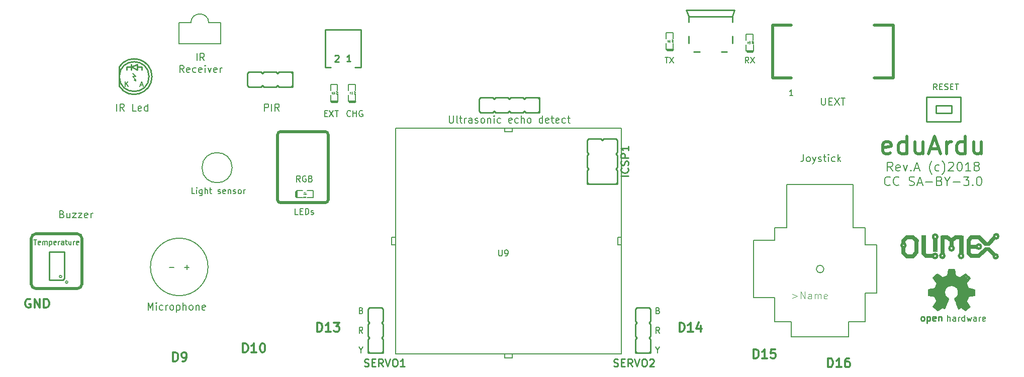
<source format=gbr>
G04 #@! TF.GenerationSoftware,KiCad,Pcbnew,6.0.0-rc1-unknown-ee465fb~66~ubuntu18.04.1*
G04 #@! TF.CreationDate,2018-09-27T12:58:04+03:00*
G04 #@! TF.ProjectId,eduBoard_Rev_A,656475426F6172645F5265765F412E6B,rev?*
G04 #@! TF.SameCoordinates,Original*
G04 #@! TF.FileFunction,Legend,Top*
G04 #@! TF.FilePolarity,Positive*
%FSLAX46Y46*%
G04 Gerber Fmt 4.6, Leading zero omitted, Abs format (unit mm)*
G04 Created by KiCad (PCBNEW 6.0.0-rc1-unknown-ee465fb~66~ubuntu18.04.1) date Thu Sep 27 12:58:04 2018*
%MOMM*%
%LPD*%
G01*
G04 APERTURE LIST*
%ADD10C,0.200000*%
%ADD11C,0.500000*%
%ADD12C,0.150000*%
%ADD13C,0.300000*%
%ADD14C,0.254000*%
%ADD15C,0.508000*%
%ADD16C,0.127000*%
%ADD17C,0.100000*%
%ADD18C,0.050000*%
%ADD19C,0.203200*%
%ADD20C,0.400000*%
%ADD21C,0.700000*%
%ADD22C,0.420000*%
%ADD23C,0.370000*%
%ADD24C,0.380000*%
%ADD25C,1.000000*%
%ADD26C,0.101600*%
%ADD27C,0.180000*%
G04 APERTURE END LIST*
D10*
X194078571Y-45153571D02*
X193578571Y-44439285D01*
X193221428Y-45153571D02*
X193221428Y-43653571D01*
X193792857Y-43653571D01*
X193935714Y-43725000D01*
X194007142Y-43796428D01*
X194078571Y-43939285D01*
X194078571Y-44153571D01*
X194007142Y-44296428D01*
X193935714Y-44367857D01*
X193792857Y-44439285D01*
X193221428Y-44439285D01*
X195292857Y-45082142D02*
X195150000Y-45153571D01*
X194864285Y-45153571D01*
X194721428Y-45082142D01*
X194650000Y-44939285D01*
X194650000Y-44367857D01*
X194721428Y-44225000D01*
X194864285Y-44153571D01*
X195150000Y-44153571D01*
X195292857Y-44225000D01*
X195364285Y-44367857D01*
X195364285Y-44510714D01*
X194650000Y-44653571D01*
X195864285Y-44153571D02*
X196221428Y-45153571D01*
X196578571Y-44153571D01*
X197150000Y-45010714D02*
X197221428Y-45082142D01*
X197150000Y-45153571D01*
X197078571Y-45082142D01*
X197150000Y-45010714D01*
X197150000Y-45153571D01*
X197792857Y-44725000D02*
X198507142Y-44725000D01*
X197650000Y-45153571D02*
X198150000Y-43653571D01*
X198650000Y-45153571D01*
X200721428Y-45725000D02*
X200650000Y-45653571D01*
X200507142Y-45439285D01*
X200435714Y-45296428D01*
X200364285Y-45082142D01*
X200292857Y-44725000D01*
X200292857Y-44439285D01*
X200364285Y-44082142D01*
X200435714Y-43867857D01*
X200507142Y-43725000D01*
X200650000Y-43510714D01*
X200721428Y-43439285D01*
X201935714Y-45082142D02*
X201792857Y-45153571D01*
X201507142Y-45153571D01*
X201364285Y-45082142D01*
X201292857Y-45010714D01*
X201221428Y-44867857D01*
X201221428Y-44439285D01*
X201292857Y-44296428D01*
X201364285Y-44225000D01*
X201507142Y-44153571D01*
X201792857Y-44153571D01*
X201935714Y-44225000D01*
X202435714Y-45725000D02*
X202507142Y-45653571D01*
X202650000Y-45439285D01*
X202721428Y-45296428D01*
X202792857Y-45082142D01*
X202864285Y-44725000D01*
X202864285Y-44439285D01*
X202792857Y-44082142D01*
X202721428Y-43867857D01*
X202650000Y-43725000D01*
X202507142Y-43510714D01*
X202435714Y-43439285D01*
X203507142Y-43796428D02*
X203578571Y-43725000D01*
X203721428Y-43653571D01*
X204078571Y-43653571D01*
X204221428Y-43725000D01*
X204292857Y-43796428D01*
X204364285Y-43939285D01*
X204364285Y-44082142D01*
X204292857Y-44296428D01*
X203435714Y-45153571D01*
X204364285Y-45153571D01*
X205292857Y-43653571D02*
X205435714Y-43653571D01*
X205578571Y-43725000D01*
X205650000Y-43796428D01*
X205721428Y-43939285D01*
X205792857Y-44225000D01*
X205792857Y-44582142D01*
X205721428Y-44867857D01*
X205650000Y-45010714D01*
X205578571Y-45082142D01*
X205435714Y-45153571D01*
X205292857Y-45153571D01*
X205150000Y-45082142D01*
X205078571Y-45010714D01*
X205007142Y-44867857D01*
X204935714Y-44582142D01*
X204935714Y-44225000D01*
X205007142Y-43939285D01*
X205078571Y-43796428D01*
X205150000Y-43725000D01*
X205292857Y-43653571D01*
X207221428Y-45153571D02*
X206364285Y-45153571D01*
X206792857Y-45153571D02*
X206792857Y-43653571D01*
X206650000Y-43867857D01*
X206507142Y-44010714D01*
X206364285Y-44082142D01*
X208078571Y-44296428D02*
X207935714Y-44225000D01*
X207864285Y-44153571D01*
X207792857Y-44010714D01*
X207792857Y-43939285D01*
X207864285Y-43796428D01*
X207935714Y-43725000D01*
X208078571Y-43653571D01*
X208364285Y-43653571D01*
X208507142Y-43725000D01*
X208578571Y-43796428D01*
X208650000Y-43939285D01*
X208650000Y-44010714D01*
X208578571Y-44153571D01*
X208507142Y-44225000D01*
X208364285Y-44296428D01*
X208078571Y-44296428D01*
X207935714Y-44367857D01*
X207864285Y-44439285D01*
X207792857Y-44582142D01*
X207792857Y-44867857D01*
X207864285Y-45010714D01*
X207935714Y-45082142D01*
X208078571Y-45153571D01*
X208364285Y-45153571D01*
X208507142Y-45082142D01*
X208578571Y-45010714D01*
X208650000Y-44867857D01*
X208650000Y-44582142D01*
X208578571Y-44439285D01*
X208507142Y-44367857D01*
X208364285Y-44296428D01*
X193650000Y-47460714D02*
X193578571Y-47532142D01*
X193364285Y-47603571D01*
X193221428Y-47603571D01*
X193007142Y-47532142D01*
X192864285Y-47389285D01*
X192792857Y-47246428D01*
X192721428Y-46960714D01*
X192721428Y-46746428D01*
X192792857Y-46460714D01*
X192864285Y-46317857D01*
X193007142Y-46175000D01*
X193221428Y-46103571D01*
X193364285Y-46103571D01*
X193578571Y-46175000D01*
X193650000Y-46246428D01*
X195150000Y-47460714D02*
X195078571Y-47532142D01*
X194864285Y-47603571D01*
X194721428Y-47603571D01*
X194507142Y-47532142D01*
X194364285Y-47389285D01*
X194292857Y-47246428D01*
X194221428Y-46960714D01*
X194221428Y-46746428D01*
X194292857Y-46460714D01*
X194364285Y-46317857D01*
X194507142Y-46175000D01*
X194721428Y-46103571D01*
X194864285Y-46103571D01*
X195078571Y-46175000D01*
X195150000Y-46246428D01*
X196864285Y-47532142D02*
X197078571Y-47603571D01*
X197435714Y-47603571D01*
X197578571Y-47532142D01*
X197650000Y-47460714D01*
X197721428Y-47317857D01*
X197721428Y-47175000D01*
X197650000Y-47032142D01*
X197578571Y-46960714D01*
X197435714Y-46889285D01*
X197150000Y-46817857D01*
X197007142Y-46746428D01*
X196935714Y-46675000D01*
X196864285Y-46532142D01*
X196864285Y-46389285D01*
X196935714Y-46246428D01*
X197007142Y-46175000D01*
X197150000Y-46103571D01*
X197507142Y-46103571D01*
X197721428Y-46175000D01*
X198292857Y-47175000D02*
X199007142Y-47175000D01*
X198150000Y-47603571D02*
X198650000Y-46103571D01*
X199150000Y-47603571D01*
X199650000Y-47032142D02*
X200792857Y-47032142D01*
X202007142Y-46817857D02*
X202221428Y-46889285D01*
X202292857Y-46960714D01*
X202364285Y-47103571D01*
X202364285Y-47317857D01*
X202292857Y-47460714D01*
X202221428Y-47532142D01*
X202078571Y-47603571D01*
X201507142Y-47603571D01*
X201507142Y-46103571D01*
X202007142Y-46103571D01*
X202150000Y-46175000D01*
X202221428Y-46246428D01*
X202292857Y-46389285D01*
X202292857Y-46532142D01*
X202221428Y-46675000D01*
X202150000Y-46746428D01*
X202007142Y-46817857D01*
X201507142Y-46817857D01*
X203292857Y-46889285D02*
X203292857Y-47603571D01*
X202792857Y-46103571D02*
X203292857Y-46889285D01*
X203792857Y-46103571D01*
X204292857Y-47032142D02*
X205435714Y-47032142D01*
X206007142Y-46103571D02*
X206935714Y-46103571D01*
X206435714Y-46675000D01*
X206650000Y-46675000D01*
X206792857Y-46746428D01*
X206864285Y-46817857D01*
X206935714Y-46960714D01*
X206935714Y-47317857D01*
X206864285Y-47460714D01*
X206792857Y-47532142D01*
X206650000Y-47603571D01*
X206221428Y-47603571D01*
X206078571Y-47532142D01*
X206007142Y-47460714D01*
X207578571Y-47460714D02*
X207650000Y-47532142D01*
X207578571Y-47603571D01*
X207507142Y-47532142D01*
X207578571Y-47460714D01*
X207578571Y-47603571D01*
X208578571Y-46103571D02*
X208721428Y-46103571D01*
X208864285Y-46175000D01*
X208935714Y-46246428D01*
X209007142Y-46389285D01*
X209078571Y-46675000D01*
X209078571Y-47032142D01*
X209007142Y-47317857D01*
X208935714Y-47460714D01*
X208864285Y-47532142D01*
X208721428Y-47603571D01*
X208578571Y-47603571D01*
X208435714Y-47532142D01*
X208364285Y-47460714D01*
X208292857Y-47317857D01*
X208221428Y-47032142D01*
X208221428Y-46675000D01*
X208292857Y-46389285D01*
X208364285Y-46246428D01*
X208435714Y-46175000D01*
X208578571Y-46103571D01*
D11*
X193728571Y-42114285D02*
X193442857Y-42257142D01*
X192871428Y-42257142D01*
X192585714Y-42114285D01*
X192442857Y-41828571D01*
X192442857Y-40685714D01*
X192585714Y-40400000D01*
X192871428Y-40257142D01*
X193442857Y-40257142D01*
X193728571Y-40400000D01*
X193871428Y-40685714D01*
X193871428Y-40971428D01*
X192442857Y-41257142D01*
X196442857Y-42257142D02*
X196442857Y-39257142D01*
X196442857Y-42114285D02*
X196157142Y-42257142D01*
X195585714Y-42257142D01*
X195300000Y-42114285D01*
X195157142Y-41971428D01*
X195014285Y-41685714D01*
X195014285Y-40828571D01*
X195157142Y-40542857D01*
X195300000Y-40400000D01*
X195585714Y-40257142D01*
X196157142Y-40257142D01*
X196442857Y-40400000D01*
X199157142Y-40257142D02*
X199157142Y-42257142D01*
X197871428Y-40257142D02*
X197871428Y-41828571D01*
X198014285Y-42114285D01*
X198300000Y-42257142D01*
X198728571Y-42257142D01*
X199014285Y-42114285D01*
X199157142Y-41971428D01*
X200442857Y-41400000D02*
X201871428Y-41400000D01*
X200157142Y-42257142D02*
X201157142Y-39257142D01*
X202157142Y-42257142D01*
X203157142Y-42257142D02*
X203157142Y-40257142D01*
X203157142Y-40828571D02*
X203300000Y-40542857D01*
X203442857Y-40400000D01*
X203728571Y-40257142D01*
X204014285Y-40257142D01*
X206300000Y-42257142D02*
X206300000Y-39257142D01*
X206300000Y-42114285D02*
X206014285Y-42257142D01*
X205442857Y-42257142D01*
X205157142Y-42114285D01*
X205014285Y-41971428D01*
X204871428Y-41685714D01*
X204871428Y-40828571D01*
X205014285Y-40542857D01*
X205157142Y-40400000D01*
X205442857Y-40257142D01*
X206014285Y-40257142D01*
X206300000Y-40400000D01*
X209014285Y-40257142D02*
X209014285Y-42257142D01*
X207728571Y-40257142D02*
X207728571Y-41828571D01*
X207871428Y-42114285D01*
X208157142Y-42257142D01*
X208585714Y-42257142D01*
X208871428Y-42114285D01*
X209014285Y-41971428D01*
D12*
X93952380Y-52452380D02*
X93476190Y-52452380D01*
X93476190Y-51452380D01*
X94285714Y-51928571D02*
X94619047Y-51928571D01*
X94761904Y-52452380D02*
X94285714Y-52452380D01*
X94285714Y-51452380D01*
X94761904Y-51452380D01*
X95190476Y-52452380D02*
X95190476Y-51452380D01*
X95428571Y-51452380D01*
X95571428Y-51500000D01*
X95666666Y-51595238D01*
X95714285Y-51690476D01*
X95761904Y-51880952D01*
X95761904Y-52023809D01*
X95714285Y-52214285D01*
X95666666Y-52309523D01*
X95571428Y-52404761D01*
X95428571Y-52452380D01*
X95190476Y-52452380D01*
X96142857Y-52404761D02*
X96238095Y-52452380D01*
X96428571Y-52452380D01*
X96523809Y-52404761D01*
X96571428Y-52309523D01*
X96571428Y-52261904D01*
X96523809Y-52166666D01*
X96428571Y-52119047D01*
X96285714Y-52119047D01*
X96190476Y-52071428D01*
X96142857Y-51976190D01*
X96142857Y-51928571D01*
X96190476Y-51833333D01*
X96285714Y-51785714D01*
X96428571Y-51785714D01*
X96523809Y-51833333D01*
X94309523Y-46952380D02*
X93976190Y-46476190D01*
X93738095Y-46952380D02*
X93738095Y-45952380D01*
X94119047Y-45952380D01*
X94214285Y-46000000D01*
X94261904Y-46047619D01*
X94309523Y-46142857D01*
X94309523Y-46285714D01*
X94261904Y-46380952D01*
X94214285Y-46428571D01*
X94119047Y-46476190D01*
X93738095Y-46476190D01*
X95261904Y-46000000D02*
X95166666Y-45952380D01*
X95023809Y-45952380D01*
X94880952Y-46000000D01*
X94785714Y-46095238D01*
X94738095Y-46190476D01*
X94690476Y-46380952D01*
X94690476Y-46523809D01*
X94738095Y-46714285D01*
X94785714Y-46809523D01*
X94880952Y-46904761D01*
X95023809Y-46952380D01*
X95119047Y-46952380D01*
X95261904Y-46904761D01*
X95309523Y-46857142D01*
X95309523Y-46523809D01*
X95119047Y-46523809D01*
X96071428Y-46428571D02*
X96214285Y-46476190D01*
X96261904Y-46523809D01*
X96309523Y-46619047D01*
X96309523Y-46761904D01*
X96261904Y-46857142D01*
X96214285Y-46904761D01*
X96119047Y-46952380D01*
X95738095Y-46952380D01*
X95738095Y-45952380D01*
X96071428Y-45952380D01*
X96166666Y-46000000D01*
X96214285Y-46047619D01*
X96261904Y-46142857D01*
X96261904Y-46238095D01*
X96214285Y-46333333D01*
X96166666Y-46380952D01*
X96071428Y-46428571D01*
X95738095Y-46428571D01*
D13*
X183178571Y-78178571D02*
X183178571Y-76678571D01*
X183535714Y-76678571D01*
X183750000Y-76750000D01*
X183892857Y-76892857D01*
X183964285Y-77035714D01*
X184035714Y-77321428D01*
X184035714Y-77535714D01*
X183964285Y-77821428D01*
X183892857Y-77964285D01*
X183750000Y-78107142D01*
X183535714Y-78178571D01*
X183178571Y-78178571D01*
X185464285Y-78178571D02*
X184607142Y-78178571D01*
X185035714Y-78178571D02*
X185035714Y-76678571D01*
X184892857Y-76892857D01*
X184750000Y-77035714D01*
X184607142Y-77107142D01*
X186750000Y-76678571D02*
X186464285Y-76678571D01*
X186321428Y-76750000D01*
X186250000Y-76821428D01*
X186107142Y-77035714D01*
X186035714Y-77321428D01*
X186035714Y-77892857D01*
X186107142Y-78035714D01*
X186178571Y-78107142D01*
X186321428Y-78178571D01*
X186607142Y-78178571D01*
X186750000Y-78107142D01*
X186821428Y-78035714D01*
X186892857Y-77892857D01*
X186892857Y-77535714D01*
X186821428Y-77392857D01*
X186750000Y-77321428D01*
X186607142Y-77250000D01*
X186321428Y-77250000D01*
X186178571Y-77321428D01*
X186107142Y-77392857D01*
X186035714Y-77535714D01*
X170678571Y-76678571D02*
X170678571Y-75178571D01*
X171035714Y-75178571D01*
X171250000Y-75250000D01*
X171392857Y-75392857D01*
X171464285Y-75535714D01*
X171535714Y-75821428D01*
X171535714Y-76035714D01*
X171464285Y-76321428D01*
X171392857Y-76464285D01*
X171250000Y-76607142D01*
X171035714Y-76678571D01*
X170678571Y-76678571D01*
X172964285Y-76678571D02*
X172107142Y-76678571D01*
X172535714Y-76678571D02*
X172535714Y-75178571D01*
X172392857Y-75392857D01*
X172250000Y-75535714D01*
X172107142Y-75607142D01*
X174321428Y-75178571D02*
X173607142Y-75178571D01*
X173535714Y-75892857D01*
X173607142Y-75821428D01*
X173750000Y-75750000D01*
X174107142Y-75750000D01*
X174250000Y-75821428D01*
X174321428Y-75892857D01*
X174392857Y-76035714D01*
X174392857Y-76392857D01*
X174321428Y-76535714D01*
X174250000Y-76607142D01*
X174107142Y-76678571D01*
X173750000Y-76678571D01*
X173607142Y-76607142D01*
X173535714Y-76535714D01*
X158178571Y-72178571D02*
X158178571Y-70678571D01*
X158535714Y-70678571D01*
X158750000Y-70750000D01*
X158892857Y-70892857D01*
X158964285Y-71035714D01*
X159035714Y-71321428D01*
X159035714Y-71535714D01*
X158964285Y-71821428D01*
X158892857Y-71964285D01*
X158750000Y-72107142D01*
X158535714Y-72178571D01*
X158178571Y-72178571D01*
X160464285Y-72178571D02*
X159607142Y-72178571D01*
X160035714Y-72178571D02*
X160035714Y-70678571D01*
X159892857Y-70892857D01*
X159750000Y-71035714D01*
X159607142Y-71107142D01*
X161750000Y-71178571D02*
X161750000Y-72178571D01*
X161392857Y-70607142D02*
X161035714Y-71678571D01*
X161964285Y-71678571D01*
X97178571Y-72178571D02*
X97178571Y-70678571D01*
X97535714Y-70678571D01*
X97750000Y-70750000D01*
X97892857Y-70892857D01*
X97964285Y-71035714D01*
X98035714Y-71321428D01*
X98035714Y-71535714D01*
X97964285Y-71821428D01*
X97892857Y-71964285D01*
X97750000Y-72107142D01*
X97535714Y-72178571D01*
X97178571Y-72178571D01*
X99464285Y-72178571D02*
X98607142Y-72178571D01*
X99035714Y-72178571D02*
X99035714Y-70678571D01*
X98892857Y-70892857D01*
X98750000Y-71035714D01*
X98607142Y-71107142D01*
X99964285Y-70678571D02*
X100892857Y-70678571D01*
X100392857Y-71250000D01*
X100607142Y-71250000D01*
X100750000Y-71321428D01*
X100821428Y-71392857D01*
X100892857Y-71535714D01*
X100892857Y-71892857D01*
X100821428Y-72035714D01*
X100750000Y-72107142D01*
X100607142Y-72178571D01*
X100178571Y-72178571D01*
X100035714Y-72107142D01*
X99964285Y-72035714D01*
X84678571Y-75678571D02*
X84678571Y-74178571D01*
X85035714Y-74178571D01*
X85250000Y-74250000D01*
X85392857Y-74392857D01*
X85464285Y-74535714D01*
X85535714Y-74821428D01*
X85535714Y-75035714D01*
X85464285Y-75321428D01*
X85392857Y-75464285D01*
X85250000Y-75607142D01*
X85035714Y-75678571D01*
X84678571Y-75678571D01*
X86964285Y-75678571D02*
X86107142Y-75678571D01*
X86535714Y-75678571D02*
X86535714Y-74178571D01*
X86392857Y-74392857D01*
X86250000Y-74535714D01*
X86107142Y-74607142D01*
X87892857Y-74178571D02*
X88035714Y-74178571D01*
X88178571Y-74250000D01*
X88250000Y-74321428D01*
X88321428Y-74464285D01*
X88392857Y-74750000D01*
X88392857Y-75107142D01*
X88321428Y-75392857D01*
X88250000Y-75535714D01*
X88178571Y-75607142D01*
X88035714Y-75678571D01*
X87892857Y-75678571D01*
X87750000Y-75607142D01*
X87678571Y-75535714D01*
X87607142Y-75392857D01*
X87535714Y-75107142D01*
X87535714Y-74750000D01*
X87607142Y-74464285D01*
X87678571Y-74321428D01*
X87750000Y-74250000D01*
X87892857Y-74178571D01*
X72892857Y-77178571D02*
X72892857Y-75678571D01*
X73250000Y-75678571D01*
X73464285Y-75750000D01*
X73607142Y-75892857D01*
X73678571Y-76035714D01*
X73750000Y-76321428D01*
X73750000Y-76535714D01*
X73678571Y-76821428D01*
X73607142Y-76964285D01*
X73464285Y-77107142D01*
X73250000Y-77178571D01*
X72892857Y-77178571D01*
X74464285Y-77178571D02*
X74750000Y-77178571D01*
X74892857Y-77107142D01*
X74964285Y-77035714D01*
X75107142Y-76821428D01*
X75178571Y-76535714D01*
X75178571Y-75964285D01*
X75107142Y-75821428D01*
X75035714Y-75750000D01*
X74892857Y-75678571D01*
X74607142Y-75678571D01*
X74464285Y-75750000D01*
X74392857Y-75821428D01*
X74321428Y-75964285D01*
X74321428Y-76321428D01*
X74392857Y-76464285D01*
X74464285Y-76535714D01*
X74607142Y-76607142D01*
X74892857Y-76607142D01*
X75035714Y-76535714D01*
X75107142Y-76464285D01*
X75178571Y-76321428D01*
X48857142Y-66750000D02*
X48714285Y-66678571D01*
X48500000Y-66678571D01*
X48285714Y-66750000D01*
X48142857Y-66892857D01*
X48071428Y-67035714D01*
X48000000Y-67321428D01*
X48000000Y-67535714D01*
X48071428Y-67821428D01*
X48142857Y-67964285D01*
X48285714Y-68107142D01*
X48500000Y-68178571D01*
X48642857Y-68178571D01*
X48857142Y-68107142D01*
X48928571Y-68035714D01*
X48928571Y-67535714D01*
X48642857Y-67535714D01*
X49571428Y-68178571D02*
X49571428Y-66678571D01*
X50428571Y-68178571D01*
X50428571Y-66678571D01*
X51142857Y-68178571D02*
X51142857Y-66678571D01*
X51500000Y-66678571D01*
X51714285Y-66750000D01*
X51857142Y-66892857D01*
X51928571Y-67035714D01*
X52000000Y-67321428D01*
X52000000Y-67535714D01*
X51928571Y-67821428D01*
X51857142Y-67964285D01*
X51714285Y-68107142D01*
X51500000Y-68178571D01*
X51142857Y-68178571D01*
D11*
X49734677Y-64933531D02*
G75*
G02X49027571Y-64226425I0J707106D01*
G01*
X49027570Y-56448251D02*
X49027570Y-64226425D01*
X56805745Y-64933532D02*
X49734677Y-64933532D01*
X57512851Y-64226425D02*
G75*
G02X56805745Y-64933531I-707106J0D01*
G01*
X49027571Y-56448251D02*
G75*
G02X49734677Y-55741145I707106J0D01*
G01*
X56805745Y-55741146D02*
G75*
G02X57512850Y-56448251I0J-707105D01*
G01*
X57512851Y-56448251D02*
X57512851Y-64226425D01*
X49734677Y-55741144D02*
X56805745Y-55741144D01*
D12*
X49445211Y-56689881D02*
X49930925Y-56689881D01*
X49688068Y-57539881D02*
X49688068Y-56689881D01*
X50538068Y-57499405D02*
X50457115Y-57539881D01*
X50295211Y-57539881D01*
X50214258Y-57499405D01*
X50173782Y-57418453D01*
X50173782Y-57094643D01*
X50214258Y-57013691D01*
X50295211Y-56973215D01*
X50457115Y-56973215D01*
X50538068Y-57013691D01*
X50578544Y-57094643D01*
X50578544Y-57175596D01*
X50173782Y-57256548D01*
X50942830Y-57539881D02*
X50942830Y-56973215D01*
X50942830Y-57054167D02*
X50983306Y-57013691D01*
X51064258Y-56973215D01*
X51185687Y-56973215D01*
X51266639Y-57013691D01*
X51307115Y-57094643D01*
X51307115Y-57539881D01*
X51307115Y-57094643D02*
X51347591Y-57013691D01*
X51428544Y-56973215D01*
X51549972Y-56973215D01*
X51630925Y-57013691D01*
X51671401Y-57094643D01*
X51671401Y-57539881D01*
X52076163Y-56973215D02*
X52076163Y-57823215D01*
X52076163Y-57013691D02*
X52157115Y-56973215D01*
X52319020Y-56973215D01*
X52399972Y-57013691D01*
X52440449Y-57054167D01*
X52480925Y-57135119D01*
X52480925Y-57377977D01*
X52440449Y-57458929D01*
X52399972Y-57499405D01*
X52319020Y-57539881D01*
X52157115Y-57539881D01*
X52076163Y-57499405D01*
X53169020Y-57499405D02*
X53088068Y-57539881D01*
X52926163Y-57539881D01*
X52845211Y-57499405D01*
X52804734Y-57418453D01*
X52804734Y-57094643D01*
X52845211Y-57013691D01*
X52926163Y-56973215D01*
X53088068Y-56973215D01*
X53169020Y-57013691D01*
X53209496Y-57094643D01*
X53209496Y-57175596D01*
X52804734Y-57256548D01*
X53573782Y-57539881D02*
X53573782Y-56973215D01*
X53573782Y-57135119D02*
X53614258Y-57054167D01*
X53654734Y-57013691D01*
X53735687Y-56973215D01*
X53816639Y-56973215D01*
X54464258Y-57539881D02*
X54464258Y-57094643D01*
X54423782Y-57013691D01*
X54342830Y-56973215D01*
X54180925Y-56973215D01*
X54099972Y-57013691D01*
X54464258Y-57499405D02*
X54383306Y-57539881D01*
X54180925Y-57539881D01*
X54099972Y-57499405D01*
X54059496Y-57418453D01*
X54059496Y-57337500D01*
X54099972Y-57256548D01*
X54180925Y-57216072D01*
X54383306Y-57216072D01*
X54464258Y-57175596D01*
X54747591Y-56973215D02*
X55071401Y-56973215D01*
X54869020Y-56689881D02*
X54869020Y-57418453D01*
X54909496Y-57499405D01*
X54990449Y-57539881D01*
X55071401Y-57539881D01*
X55719020Y-56973215D02*
X55719020Y-57539881D01*
X55354734Y-56973215D02*
X55354734Y-57418453D01*
X55395211Y-57499405D01*
X55476163Y-57539881D01*
X55597591Y-57539881D01*
X55678544Y-57499405D01*
X55719020Y-57458929D01*
X56123782Y-57539881D02*
X56123782Y-56973215D01*
X56123782Y-57135119D02*
X56164258Y-57054167D01*
X56204734Y-57013691D01*
X56285687Y-56973215D01*
X56366639Y-56973215D01*
X56973782Y-57499405D02*
X56892830Y-57539881D01*
X56730925Y-57539881D01*
X56649972Y-57499405D01*
X56609496Y-57418453D01*
X56609496Y-57094643D01*
X56649972Y-57013691D01*
X56730925Y-56973215D01*
X56892830Y-56973215D01*
X56973782Y-57013691D01*
X57014258Y-57094643D01*
X57014258Y-57175596D01*
X56609496Y-57256548D01*
D11*
X99000000Y-50000000D02*
G75*
G02X98500000Y-50500000I-500000J0D01*
G01*
X91000000Y-50500000D02*
G75*
G02X90500000Y-50000000I0J500000D01*
G01*
X98500000Y-50500000D02*
X91000000Y-50500000D01*
X99000000Y-39000000D02*
X99000000Y-50000000D01*
X90500000Y-39000000D02*
X90500000Y-50000000D01*
X98500000Y-38500000D02*
G75*
G02X99000000Y-39000000I0J-500000D01*
G01*
X90500000Y-39000000D02*
G75*
G02X91000000Y-38500000I500000J0D01*
G01*
X91000000Y-38500000D02*
X98500000Y-38500000D01*
D10*
X179057142Y-42342857D02*
X179057142Y-43200000D01*
X179000000Y-43371428D01*
X178885714Y-43485714D01*
X178714285Y-43542857D01*
X178600000Y-43542857D01*
X179800000Y-43542857D02*
X179685714Y-43485714D01*
X179628571Y-43428571D01*
X179571428Y-43314285D01*
X179571428Y-42971428D01*
X179628571Y-42857142D01*
X179685714Y-42800000D01*
X179800000Y-42742857D01*
X179971428Y-42742857D01*
X180085714Y-42800000D01*
X180142857Y-42857142D01*
X180200000Y-42971428D01*
X180200000Y-43314285D01*
X180142857Y-43428571D01*
X180085714Y-43485714D01*
X179971428Y-43542857D01*
X179800000Y-43542857D01*
X180600000Y-42742857D02*
X180885714Y-43542857D01*
X181171428Y-42742857D02*
X180885714Y-43542857D01*
X180771428Y-43828571D01*
X180714285Y-43885714D01*
X180600000Y-43942857D01*
X181571428Y-43485714D02*
X181685714Y-43542857D01*
X181914285Y-43542857D01*
X182028571Y-43485714D01*
X182085714Y-43371428D01*
X182085714Y-43314285D01*
X182028571Y-43200000D01*
X181914285Y-43142857D01*
X181742857Y-43142857D01*
X181628571Y-43085714D01*
X181571428Y-42971428D01*
X181571428Y-42914285D01*
X181628571Y-42800000D01*
X181742857Y-42742857D01*
X181914285Y-42742857D01*
X182028571Y-42800000D01*
X182428571Y-42742857D02*
X182885714Y-42742857D01*
X182600000Y-42342857D02*
X182600000Y-43371428D01*
X182657142Y-43485714D01*
X182771428Y-43542857D01*
X182885714Y-43542857D01*
X183285714Y-43542857D02*
X183285714Y-42742857D01*
X183285714Y-42342857D02*
X183228571Y-42400000D01*
X183285714Y-42457142D01*
X183342857Y-42400000D01*
X183285714Y-42342857D01*
X183285714Y-42457142D01*
X184371428Y-43485714D02*
X184257142Y-43542857D01*
X184028571Y-43542857D01*
X183914285Y-43485714D01*
X183857142Y-43428571D01*
X183800000Y-43314285D01*
X183800000Y-42971428D01*
X183857142Y-42857142D01*
X183914285Y-42800000D01*
X184028571Y-42742857D01*
X184257142Y-42742857D01*
X184371428Y-42800000D01*
X184885714Y-43542857D02*
X184885714Y-42342857D01*
X185000000Y-43085714D02*
X185342857Y-43542857D01*
X185342857Y-42742857D02*
X184885714Y-43200000D01*
X119414285Y-35842857D02*
X119414285Y-36814285D01*
X119471428Y-36928571D01*
X119528571Y-36985714D01*
X119642857Y-37042857D01*
X119871428Y-37042857D01*
X119985714Y-36985714D01*
X120042857Y-36928571D01*
X120100000Y-36814285D01*
X120100000Y-35842857D01*
X120842857Y-37042857D02*
X120728571Y-36985714D01*
X120671428Y-36871428D01*
X120671428Y-35842857D01*
X121128571Y-36242857D02*
X121585714Y-36242857D01*
X121300000Y-35842857D02*
X121300000Y-36871428D01*
X121357142Y-36985714D01*
X121471428Y-37042857D01*
X121585714Y-37042857D01*
X121985714Y-37042857D02*
X121985714Y-36242857D01*
X121985714Y-36471428D02*
X122042857Y-36357142D01*
X122100000Y-36300000D01*
X122214285Y-36242857D01*
X122328571Y-36242857D01*
X123242857Y-37042857D02*
X123242857Y-36414285D01*
X123185714Y-36300000D01*
X123071428Y-36242857D01*
X122842857Y-36242857D01*
X122728571Y-36300000D01*
X123242857Y-36985714D02*
X123128571Y-37042857D01*
X122842857Y-37042857D01*
X122728571Y-36985714D01*
X122671428Y-36871428D01*
X122671428Y-36757142D01*
X122728571Y-36642857D01*
X122842857Y-36585714D01*
X123128571Y-36585714D01*
X123242857Y-36528571D01*
X123757142Y-36985714D02*
X123871428Y-37042857D01*
X124100000Y-37042857D01*
X124214285Y-36985714D01*
X124271428Y-36871428D01*
X124271428Y-36814285D01*
X124214285Y-36700000D01*
X124100000Y-36642857D01*
X123928571Y-36642857D01*
X123814285Y-36585714D01*
X123757142Y-36471428D01*
X123757142Y-36414285D01*
X123814285Y-36300000D01*
X123928571Y-36242857D01*
X124100000Y-36242857D01*
X124214285Y-36300000D01*
X124957142Y-37042857D02*
X124842857Y-36985714D01*
X124785714Y-36928571D01*
X124728571Y-36814285D01*
X124728571Y-36471428D01*
X124785714Y-36357142D01*
X124842857Y-36300000D01*
X124957142Y-36242857D01*
X125128571Y-36242857D01*
X125242857Y-36300000D01*
X125300000Y-36357142D01*
X125357142Y-36471428D01*
X125357142Y-36814285D01*
X125300000Y-36928571D01*
X125242857Y-36985714D01*
X125128571Y-37042857D01*
X124957142Y-37042857D01*
X125871428Y-36242857D02*
X125871428Y-37042857D01*
X125871428Y-36357142D02*
X125928571Y-36300000D01*
X126042857Y-36242857D01*
X126214285Y-36242857D01*
X126328571Y-36300000D01*
X126385714Y-36414285D01*
X126385714Y-37042857D01*
X126957142Y-37042857D02*
X126957142Y-36242857D01*
X126957142Y-35842857D02*
X126900000Y-35900000D01*
X126957142Y-35957142D01*
X127014285Y-35900000D01*
X126957142Y-35842857D01*
X126957142Y-35957142D01*
X128042857Y-36985714D02*
X127928571Y-37042857D01*
X127700000Y-37042857D01*
X127585714Y-36985714D01*
X127528571Y-36928571D01*
X127471428Y-36814285D01*
X127471428Y-36471428D01*
X127528571Y-36357142D01*
X127585714Y-36300000D01*
X127700000Y-36242857D01*
X127928571Y-36242857D01*
X128042857Y-36300000D01*
X129928571Y-36985714D02*
X129814285Y-37042857D01*
X129585714Y-37042857D01*
X129471428Y-36985714D01*
X129414285Y-36871428D01*
X129414285Y-36414285D01*
X129471428Y-36300000D01*
X129585714Y-36242857D01*
X129814285Y-36242857D01*
X129928571Y-36300000D01*
X129985714Y-36414285D01*
X129985714Y-36528571D01*
X129414285Y-36642857D01*
X131014285Y-36985714D02*
X130900000Y-37042857D01*
X130671428Y-37042857D01*
X130557142Y-36985714D01*
X130500000Y-36928571D01*
X130442857Y-36814285D01*
X130442857Y-36471428D01*
X130500000Y-36357142D01*
X130557142Y-36300000D01*
X130671428Y-36242857D01*
X130900000Y-36242857D01*
X131014285Y-36300000D01*
X131528571Y-37042857D02*
X131528571Y-35842857D01*
X132042857Y-37042857D02*
X132042857Y-36414285D01*
X131985714Y-36300000D01*
X131871428Y-36242857D01*
X131700000Y-36242857D01*
X131585714Y-36300000D01*
X131528571Y-36357142D01*
X132785714Y-37042857D02*
X132671428Y-36985714D01*
X132614285Y-36928571D01*
X132557142Y-36814285D01*
X132557142Y-36471428D01*
X132614285Y-36357142D01*
X132671428Y-36300000D01*
X132785714Y-36242857D01*
X132957142Y-36242857D01*
X133071428Y-36300000D01*
X133128571Y-36357142D01*
X133185714Y-36471428D01*
X133185714Y-36814285D01*
X133128571Y-36928571D01*
X133071428Y-36985714D01*
X132957142Y-37042857D01*
X132785714Y-37042857D01*
X135128571Y-37042857D02*
X135128571Y-35842857D01*
X135128571Y-36985714D02*
X135014285Y-37042857D01*
X134785714Y-37042857D01*
X134671428Y-36985714D01*
X134614285Y-36928571D01*
X134557142Y-36814285D01*
X134557142Y-36471428D01*
X134614285Y-36357142D01*
X134671428Y-36300000D01*
X134785714Y-36242857D01*
X135014285Y-36242857D01*
X135128571Y-36300000D01*
X136157142Y-36985714D02*
X136042857Y-37042857D01*
X135814285Y-37042857D01*
X135700000Y-36985714D01*
X135642857Y-36871428D01*
X135642857Y-36414285D01*
X135700000Y-36300000D01*
X135814285Y-36242857D01*
X136042857Y-36242857D01*
X136157142Y-36300000D01*
X136214285Y-36414285D01*
X136214285Y-36528571D01*
X135642857Y-36642857D01*
X136557142Y-36242857D02*
X137014285Y-36242857D01*
X136728571Y-35842857D02*
X136728571Y-36871428D01*
X136785714Y-36985714D01*
X136900000Y-37042857D01*
X137014285Y-37042857D01*
X137871428Y-36985714D02*
X137757142Y-37042857D01*
X137528571Y-37042857D01*
X137414285Y-36985714D01*
X137357142Y-36871428D01*
X137357142Y-36414285D01*
X137414285Y-36300000D01*
X137528571Y-36242857D01*
X137757142Y-36242857D01*
X137871428Y-36300000D01*
X137928571Y-36414285D01*
X137928571Y-36528571D01*
X137357142Y-36642857D01*
X138957142Y-36985714D02*
X138842857Y-37042857D01*
X138614285Y-37042857D01*
X138500000Y-36985714D01*
X138442857Y-36928571D01*
X138385714Y-36814285D01*
X138385714Y-36471428D01*
X138442857Y-36357142D01*
X138500000Y-36300000D01*
X138614285Y-36242857D01*
X138842857Y-36242857D01*
X138957142Y-36300000D01*
X139300000Y-36242857D02*
X139757142Y-36242857D01*
X139471428Y-35842857D02*
X139471428Y-36871428D01*
X139528571Y-36985714D01*
X139642857Y-37042857D01*
X139757142Y-37042857D01*
D12*
X102785714Y-35857142D02*
X102738095Y-35904761D01*
X102595238Y-35952380D01*
X102500000Y-35952380D01*
X102357142Y-35904761D01*
X102261904Y-35809523D01*
X102214285Y-35714285D01*
X102166666Y-35523809D01*
X102166666Y-35380952D01*
X102214285Y-35190476D01*
X102261904Y-35095238D01*
X102357142Y-35000000D01*
X102500000Y-34952380D01*
X102595238Y-34952380D01*
X102738095Y-35000000D01*
X102785714Y-35047619D01*
X103214285Y-35952380D02*
X103214285Y-34952380D01*
X103214285Y-35428571D02*
X103785714Y-35428571D01*
X103785714Y-35952380D02*
X103785714Y-34952380D01*
X104785714Y-35000000D02*
X104690476Y-34952380D01*
X104547619Y-34952380D01*
X104404761Y-35000000D01*
X104309523Y-35095238D01*
X104261904Y-35190476D01*
X104214285Y-35380952D01*
X104214285Y-35523809D01*
X104261904Y-35714285D01*
X104309523Y-35809523D01*
X104404761Y-35904761D01*
X104547619Y-35952380D01*
X104642857Y-35952380D01*
X104785714Y-35904761D01*
X104833333Y-35857142D01*
X104833333Y-35523809D01*
X104642857Y-35523809D01*
X98428571Y-35428571D02*
X98761904Y-35428571D01*
X98904761Y-35952380D02*
X98428571Y-35952380D01*
X98428571Y-34952380D01*
X98904761Y-34952380D01*
X99238095Y-34952380D02*
X99904761Y-35952380D01*
X99904761Y-34952380D02*
X99238095Y-35952380D01*
X100142857Y-34952380D02*
X100714285Y-34952380D01*
X100428571Y-35952380D02*
X100428571Y-34952380D01*
X169833333Y-26952380D02*
X169500000Y-26476190D01*
X169261904Y-26952380D02*
X169261904Y-25952380D01*
X169642857Y-25952380D01*
X169738095Y-26000000D01*
X169785714Y-26047619D01*
X169833333Y-26142857D01*
X169833333Y-26285714D01*
X169785714Y-26380952D01*
X169738095Y-26428571D01*
X169642857Y-26476190D01*
X169261904Y-26476190D01*
X170166666Y-25952380D02*
X170833333Y-26952380D01*
X170833333Y-25952380D02*
X170166666Y-26952380D01*
X155738095Y-25952380D02*
X156309523Y-25952380D01*
X156023809Y-26952380D02*
X156023809Y-25952380D01*
X156547619Y-25952380D02*
X157214285Y-26952380D01*
X157214285Y-25952380D02*
X156547619Y-26952380D01*
X201547619Y-31452380D02*
X201214285Y-30976190D01*
X200976190Y-31452380D02*
X200976190Y-30452380D01*
X201357142Y-30452380D01*
X201452380Y-30500000D01*
X201500000Y-30547619D01*
X201547619Y-30642857D01*
X201547619Y-30785714D01*
X201500000Y-30880952D01*
X201452380Y-30928571D01*
X201357142Y-30976190D01*
X200976190Y-30976190D01*
X201976190Y-30928571D02*
X202309523Y-30928571D01*
X202452380Y-31452380D02*
X201976190Y-31452380D01*
X201976190Y-30452380D01*
X202452380Y-30452380D01*
X202833333Y-31404761D02*
X202976190Y-31452380D01*
X203214285Y-31452380D01*
X203309523Y-31404761D01*
X203357142Y-31357142D01*
X203404761Y-31261904D01*
X203404761Y-31166666D01*
X203357142Y-31071428D01*
X203309523Y-31023809D01*
X203214285Y-30976190D01*
X203023809Y-30928571D01*
X202928571Y-30880952D01*
X202880952Y-30833333D01*
X202833333Y-30738095D01*
X202833333Y-30642857D01*
X202880952Y-30547619D01*
X202928571Y-30500000D01*
X203023809Y-30452380D01*
X203261904Y-30452380D01*
X203404761Y-30500000D01*
X203833333Y-30928571D02*
X204166666Y-30928571D01*
X204309523Y-31452380D02*
X203833333Y-31452380D01*
X203833333Y-30452380D01*
X204309523Y-30452380D01*
X204595238Y-30452380D02*
X205166666Y-30452380D01*
X204880952Y-31452380D02*
X204880952Y-30452380D01*
X177285714Y-32452380D02*
X176714285Y-32452380D01*
X177000000Y-32452380D02*
X177000000Y-31452380D01*
X176904761Y-31595238D01*
X176809523Y-31690476D01*
X176714285Y-31738095D01*
D10*
X182085714Y-32842857D02*
X182085714Y-33814285D01*
X182142857Y-33928571D01*
X182200000Y-33985714D01*
X182314285Y-34042857D01*
X182542857Y-34042857D01*
X182657142Y-33985714D01*
X182714285Y-33928571D01*
X182771428Y-33814285D01*
X182771428Y-32842857D01*
X183342857Y-33414285D02*
X183742857Y-33414285D01*
X183914285Y-34042857D02*
X183342857Y-34042857D01*
X183342857Y-32842857D01*
X183914285Y-32842857D01*
X184314285Y-32842857D02*
X185114285Y-34042857D01*
X185114285Y-32842857D02*
X184314285Y-34042857D01*
X185400000Y-32842857D02*
X186085714Y-32842857D01*
X185742857Y-34042857D02*
X185742857Y-32842857D01*
X88300000Y-35042857D02*
X88300000Y-33842857D01*
X88757142Y-33842857D01*
X88871428Y-33900000D01*
X88928571Y-33957142D01*
X88985714Y-34071428D01*
X88985714Y-34242857D01*
X88928571Y-34357142D01*
X88871428Y-34414285D01*
X88757142Y-34471428D01*
X88300000Y-34471428D01*
X89500000Y-35042857D02*
X89500000Y-33842857D01*
X90757142Y-35042857D02*
X90357142Y-34471428D01*
X90071428Y-35042857D02*
X90071428Y-33842857D01*
X90528571Y-33842857D01*
X90642857Y-33900000D01*
X90700000Y-33957142D01*
X90757142Y-34071428D01*
X90757142Y-34242857D01*
X90700000Y-34357142D01*
X90642857Y-34414285D01*
X90528571Y-34471428D01*
X90071428Y-34471428D01*
X76900000Y-26542857D02*
X76900000Y-25342857D01*
X78157142Y-26542857D02*
X77757142Y-25971428D01*
X77471428Y-26542857D02*
X77471428Y-25342857D01*
X77928571Y-25342857D01*
X78042857Y-25400000D01*
X78100000Y-25457142D01*
X78157142Y-25571428D01*
X78157142Y-25742857D01*
X78100000Y-25857142D01*
X78042857Y-25914285D01*
X77928571Y-25971428D01*
X77471428Y-25971428D01*
X74700000Y-28542857D02*
X74300000Y-27971428D01*
X74014285Y-28542857D02*
X74014285Y-27342857D01*
X74471428Y-27342857D01*
X74585714Y-27400000D01*
X74642857Y-27457142D01*
X74700000Y-27571428D01*
X74700000Y-27742857D01*
X74642857Y-27857142D01*
X74585714Y-27914285D01*
X74471428Y-27971428D01*
X74014285Y-27971428D01*
X75671428Y-28485714D02*
X75557142Y-28542857D01*
X75328571Y-28542857D01*
X75214285Y-28485714D01*
X75157142Y-28371428D01*
X75157142Y-27914285D01*
X75214285Y-27800000D01*
X75328571Y-27742857D01*
X75557142Y-27742857D01*
X75671428Y-27800000D01*
X75728571Y-27914285D01*
X75728571Y-28028571D01*
X75157142Y-28142857D01*
X76757142Y-28485714D02*
X76642857Y-28542857D01*
X76414285Y-28542857D01*
X76300000Y-28485714D01*
X76242857Y-28428571D01*
X76185714Y-28314285D01*
X76185714Y-27971428D01*
X76242857Y-27857142D01*
X76300000Y-27800000D01*
X76414285Y-27742857D01*
X76642857Y-27742857D01*
X76757142Y-27800000D01*
X77728571Y-28485714D02*
X77614285Y-28542857D01*
X77385714Y-28542857D01*
X77271428Y-28485714D01*
X77214285Y-28371428D01*
X77214285Y-27914285D01*
X77271428Y-27800000D01*
X77385714Y-27742857D01*
X77614285Y-27742857D01*
X77728571Y-27800000D01*
X77785714Y-27914285D01*
X77785714Y-28028571D01*
X77214285Y-28142857D01*
X78300000Y-28542857D02*
X78300000Y-27742857D01*
X78300000Y-27342857D02*
X78242857Y-27400000D01*
X78300000Y-27457142D01*
X78357142Y-27400000D01*
X78300000Y-27342857D01*
X78300000Y-27457142D01*
X78757142Y-27742857D02*
X79042857Y-28542857D01*
X79328571Y-27742857D01*
X80242857Y-28485714D02*
X80128571Y-28542857D01*
X79900000Y-28542857D01*
X79785714Y-28485714D01*
X79728571Y-28371428D01*
X79728571Y-27914285D01*
X79785714Y-27800000D01*
X79900000Y-27742857D01*
X80128571Y-27742857D01*
X80242857Y-27800000D01*
X80300000Y-27914285D01*
X80300000Y-28028571D01*
X79728571Y-28142857D01*
X80814285Y-28542857D02*
X80814285Y-27742857D01*
X80814285Y-27971428D02*
X80871428Y-27857142D01*
X80928571Y-27800000D01*
X81042857Y-27742857D01*
X81157142Y-27742857D01*
X63400000Y-35042857D02*
X63400000Y-33842857D01*
X64657142Y-35042857D02*
X64257142Y-34471428D01*
X63971428Y-35042857D02*
X63971428Y-33842857D01*
X64428571Y-33842857D01*
X64542857Y-33900000D01*
X64600000Y-33957142D01*
X64657142Y-34071428D01*
X64657142Y-34242857D01*
X64600000Y-34357142D01*
X64542857Y-34414285D01*
X64428571Y-34471428D01*
X63971428Y-34471428D01*
X66657142Y-35042857D02*
X66085714Y-35042857D01*
X66085714Y-33842857D01*
X67514285Y-34985714D02*
X67400000Y-35042857D01*
X67171428Y-35042857D01*
X67057142Y-34985714D01*
X67000000Y-34871428D01*
X67000000Y-34414285D01*
X67057142Y-34300000D01*
X67171428Y-34242857D01*
X67400000Y-34242857D01*
X67514285Y-34300000D01*
X67571428Y-34414285D01*
X67571428Y-34528571D01*
X67000000Y-34642857D01*
X68600000Y-35042857D02*
X68600000Y-33842857D01*
X68600000Y-34985714D02*
X68485714Y-35042857D01*
X68257142Y-35042857D01*
X68142857Y-34985714D01*
X68085714Y-34928571D01*
X68028571Y-34814285D01*
X68028571Y-34471428D01*
X68085714Y-34357142D01*
X68142857Y-34300000D01*
X68257142Y-34242857D01*
X68485714Y-34242857D01*
X68600000Y-34300000D01*
X54185714Y-52414285D02*
X54357142Y-52471428D01*
X54414285Y-52528571D01*
X54471428Y-52642857D01*
X54471428Y-52814285D01*
X54414285Y-52928571D01*
X54357142Y-52985714D01*
X54242857Y-53042857D01*
X53785714Y-53042857D01*
X53785714Y-51842857D01*
X54185714Y-51842857D01*
X54300000Y-51900000D01*
X54357142Y-51957142D01*
X54414285Y-52071428D01*
X54414285Y-52185714D01*
X54357142Y-52300000D01*
X54300000Y-52357142D01*
X54185714Y-52414285D01*
X53785714Y-52414285D01*
X55500000Y-52242857D02*
X55500000Y-53042857D01*
X54985714Y-52242857D02*
X54985714Y-52871428D01*
X55042857Y-52985714D01*
X55157142Y-53042857D01*
X55328571Y-53042857D01*
X55442857Y-52985714D01*
X55500000Y-52928571D01*
X55957142Y-52242857D02*
X56585714Y-52242857D01*
X55957142Y-53042857D01*
X56585714Y-53042857D01*
X56928571Y-52242857D02*
X57557142Y-52242857D01*
X56928571Y-53042857D01*
X57557142Y-53042857D01*
X58471428Y-52985714D02*
X58357142Y-53042857D01*
X58128571Y-53042857D01*
X58014285Y-52985714D01*
X57957142Y-52871428D01*
X57957142Y-52414285D01*
X58014285Y-52300000D01*
X58128571Y-52242857D01*
X58357142Y-52242857D01*
X58471428Y-52300000D01*
X58528571Y-52414285D01*
X58528571Y-52528571D01*
X57957142Y-52642857D01*
X59042857Y-53042857D02*
X59042857Y-52242857D01*
X59042857Y-52471428D02*
X59100000Y-52357142D01*
X59157142Y-52300000D01*
X59271428Y-52242857D01*
X59385714Y-52242857D01*
X68700000Y-68542857D02*
X68700000Y-67342857D01*
X69100000Y-68200000D01*
X69500000Y-67342857D01*
X69500000Y-68542857D01*
X70071428Y-68542857D02*
X70071428Y-67742857D01*
X70071428Y-67342857D02*
X70014285Y-67400000D01*
X70071428Y-67457142D01*
X70128571Y-67400000D01*
X70071428Y-67342857D01*
X70071428Y-67457142D01*
X71157142Y-68485714D02*
X71042857Y-68542857D01*
X70814285Y-68542857D01*
X70700000Y-68485714D01*
X70642857Y-68428571D01*
X70585714Y-68314285D01*
X70585714Y-67971428D01*
X70642857Y-67857142D01*
X70700000Y-67800000D01*
X70814285Y-67742857D01*
X71042857Y-67742857D01*
X71157142Y-67800000D01*
X71671428Y-68542857D02*
X71671428Y-67742857D01*
X71671428Y-67971428D02*
X71728571Y-67857142D01*
X71785714Y-67800000D01*
X71900000Y-67742857D01*
X72014285Y-67742857D01*
X72585714Y-68542857D02*
X72471428Y-68485714D01*
X72414285Y-68428571D01*
X72357142Y-68314285D01*
X72357142Y-67971428D01*
X72414285Y-67857142D01*
X72471428Y-67800000D01*
X72585714Y-67742857D01*
X72757142Y-67742857D01*
X72871428Y-67800000D01*
X72928571Y-67857142D01*
X72985714Y-67971428D01*
X72985714Y-68314285D01*
X72928571Y-68428571D01*
X72871428Y-68485714D01*
X72757142Y-68542857D01*
X72585714Y-68542857D01*
X73500000Y-67742857D02*
X73500000Y-68942857D01*
X73500000Y-67800000D02*
X73614285Y-67742857D01*
X73842857Y-67742857D01*
X73957142Y-67800000D01*
X74014285Y-67857142D01*
X74071428Y-67971428D01*
X74071428Y-68314285D01*
X74014285Y-68428571D01*
X73957142Y-68485714D01*
X73842857Y-68542857D01*
X73614285Y-68542857D01*
X73500000Y-68485714D01*
X74585714Y-68542857D02*
X74585714Y-67342857D01*
X75100000Y-68542857D02*
X75100000Y-67914285D01*
X75042857Y-67800000D01*
X74928571Y-67742857D01*
X74757142Y-67742857D01*
X74642857Y-67800000D01*
X74585714Y-67857142D01*
X75842857Y-68542857D02*
X75728571Y-68485714D01*
X75671428Y-68428571D01*
X75614285Y-68314285D01*
X75614285Y-67971428D01*
X75671428Y-67857142D01*
X75728571Y-67800000D01*
X75842857Y-67742857D01*
X76014285Y-67742857D01*
X76128571Y-67800000D01*
X76185714Y-67857142D01*
X76242857Y-67971428D01*
X76242857Y-68314285D01*
X76185714Y-68428571D01*
X76128571Y-68485714D01*
X76014285Y-68542857D01*
X75842857Y-68542857D01*
X76757142Y-67742857D02*
X76757142Y-68542857D01*
X76757142Y-67857142D02*
X76814285Y-67800000D01*
X76928571Y-67742857D01*
X77100000Y-67742857D01*
X77214285Y-67800000D01*
X77271428Y-67914285D01*
X77271428Y-68542857D01*
X78300000Y-68485714D02*
X78185714Y-68542857D01*
X77957142Y-68542857D01*
X77842857Y-68485714D01*
X77785714Y-68371428D01*
X77785714Y-67914285D01*
X77842857Y-67800000D01*
X77957142Y-67742857D01*
X78185714Y-67742857D01*
X78300000Y-67800000D01*
X78357142Y-67914285D01*
X78357142Y-68028571D01*
X77785714Y-68142857D01*
D12*
X76547619Y-48952380D02*
X76071428Y-48952380D01*
X76071428Y-47952380D01*
X76880952Y-48952380D02*
X76880952Y-48285714D01*
X76880952Y-47952380D02*
X76833333Y-48000000D01*
X76880952Y-48047619D01*
X76928571Y-48000000D01*
X76880952Y-47952380D01*
X76880952Y-48047619D01*
X77785714Y-48285714D02*
X77785714Y-49095238D01*
X77738095Y-49190476D01*
X77690476Y-49238095D01*
X77595238Y-49285714D01*
X77452380Y-49285714D01*
X77357142Y-49238095D01*
X77785714Y-48904761D02*
X77690476Y-48952380D01*
X77500000Y-48952380D01*
X77404761Y-48904761D01*
X77357142Y-48857142D01*
X77309523Y-48761904D01*
X77309523Y-48476190D01*
X77357142Y-48380952D01*
X77404761Y-48333333D01*
X77500000Y-48285714D01*
X77690476Y-48285714D01*
X77785714Y-48333333D01*
X78261904Y-48952380D02*
X78261904Y-47952380D01*
X78690476Y-48952380D02*
X78690476Y-48428571D01*
X78642857Y-48333333D01*
X78547619Y-48285714D01*
X78404761Y-48285714D01*
X78309523Y-48333333D01*
X78261904Y-48380952D01*
X79023809Y-48285714D02*
X79404761Y-48285714D01*
X79166666Y-47952380D02*
X79166666Y-48809523D01*
X79214285Y-48904761D01*
X79309523Y-48952380D01*
X79404761Y-48952380D01*
X80452380Y-48904761D02*
X80547619Y-48952380D01*
X80738095Y-48952380D01*
X80833333Y-48904761D01*
X80880952Y-48809523D01*
X80880952Y-48761904D01*
X80833333Y-48666666D01*
X80738095Y-48619047D01*
X80595238Y-48619047D01*
X80500000Y-48571428D01*
X80452380Y-48476190D01*
X80452380Y-48428571D01*
X80500000Y-48333333D01*
X80595238Y-48285714D01*
X80738095Y-48285714D01*
X80833333Y-48333333D01*
X81690476Y-48904761D02*
X81595238Y-48952380D01*
X81404761Y-48952380D01*
X81309523Y-48904761D01*
X81261904Y-48809523D01*
X81261904Y-48428571D01*
X81309523Y-48333333D01*
X81404761Y-48285714D01*
X81595238Y-48285714D01*
X81690476Y-48333333D01*
X81738095Y-48428571D01*
X81738095Y-48523809D01*
X81261904Y-48619047D01*
X82166666Y-48285714D02*
X82166666Y-48952380D01*
X82166666Y-48380952D02*
X82214285Y-48333333D01*
X82309523Y-48285714D01*
X82452380Y-48285714D01*
X82547619Y-48333333D01*
X82595238Y-48428571D01*
X82595238Y-48952380D01*
X83023809Y-48904761D02*
X83119047Y-48952380D01*
X83309523Y-48952380D01*
X83404761Y-48904761D01*
X83452380Y-48809523D01*
X83452380Y-48761904D01*
X83404761Y-48666666D01*
X83309523Y-48619047D01*
X83166666Y-48619047D01*
X83071428Y-48571428D01*
X83023809Y-48476190D01*
X83023809Y-48428571D01*
X83071428Y-48333333D01*
X83166666Y-48285714D01*
X83309523Y-48285714D01*
X83404761Y-48333333D01*
X84023809Y-48952380D02*
X83928571Y-48904761D01*
X83880952Y-48857142D01*
X83833333Y-48761904D01*
X83833333Y-48476190D01*
X83880952Y-48380952D01*
X83928571Y-48333333D01*
X84023809Y-48285714D01*
X84166666Y-48285714D01*
X84261904Y-48333333D01*
X84309523Y-48380952D01*
X84357142Y-48476190D01*
X84357142Y-48761904D01*
X84309523Y-48857142D01*
X84261904Y-48904761D01*
X84166666Y-48952380D01*
X84023809Y-48952380D01*
X84785714Y-48952380D02*
X84785714Y-48285714D01*
X84785714Y-48476190D02*
X84833333Y-48380952D01*
X84880952Y-48333333D01*
X84976190Y-48285714D01*
X85071428Y-48285714D01*
X104571428Y-68628571D02*
X104714285Y-68676190D01*
X104761904Y-68723809D01*
X104809523Y-68819047D01*
X104809523Y-68961904D01*
X104761904Y-69057142D01*
X104714285Y-69104761D01*
X104619047Y-69152380D01*
X104238095Y-69152380D01*
X104238095Y-68152380D01*
X104571428Y-68152380D01*
X104666666Y-68200000D01*
X104714285Y-68247619D01*
X104761904Y-68342857D01*
X104761904Y-68438095D01*
X104714285Y-68533333D01*
X104666666Y-68580952D01*
X104571428Y-68628571D01*
X104238095Y-68628571D01*
X104809523Y-72452380D02*
X104476190Y-71976190D01*
X104238095Y-72452380D02*
X104238095Y-71452380D01*
X104619047Y-71452380D01*
X104714285Y-71500000D01*
X104761904Y-71547619D01*
X104809523Y-71642857D01*
X104809523Y-71785714D01*
X104761904Y-71880952D01*
X104714285Y-71928571D01*
X104619047Y-71976190D01*
X104238095Y-71976190D01*
X104500000Y-75276190D02*
X104500000Y-75752380D01*
X104166666Y-74752380D02*
X104500000Y-75276190D01*
X104833333Y-74752380D01*
X154571428Y-68628571D02*
X154714285Y-68676190D01*
X154761904Y-68723809D01*
X154809523Y-68819047D01*
X154809523Y-68961904D01*
X154761904Y-69057142D01*
X154714285Y-69104761D01*
X154619047Y-69152380D01*
X154238095Y-69152380D01*
X154238095Y-68152380D01*
X154571428Y-68152380D01*
X154666666Y-68200000D01*
X154714285Y-68247619D01*
X154761904Y-68342857D01*
X154761904Y-68438095D01*
X154714285Y-68533333D01*
X154666666Y-68580952D01*
X154571428Y-68628571D01*
X154238095Y-68628571D01*
X154809523Y-72452380D02*
X154476190Y-71976190D01*
X154238095Y-72452380D02*
X154238095Y-71452380D01*
X154619047Y-71452380D01*
X154714285Y-71500000D01*
X154761904Y-71547619D01*
X154809523Y-71642857D01*
X154809523Y-71785714D01*
X154761904Y-71880952D01*
X154714285Y-71928571D01*
X154619047Y-71976190D01*
X154238095Y-71976190D01*
X154500000Y-75276190D02*
X154500000Y-75752380D01*
X154166666Y-74752380D02*
X154500000Y-75276190D01*
X154833333Y-74752380D01*
G04 #@! TO.C,U9*
X110370000Y-37950000D02*
X148370000Y-37950000D01*
X110370000Y-75950000D02*
X110370000Y-37950000D01*
X148370000Y-75950000D02*
X110370000Y-75950000D01*
X148370000Y-37950000D02*
X148370000Y-75950000D01*
X147785000Y-57585000D02*
X148420000Y-57585000D01*
X147785000Y-56315000D02*
X147785000Y-57585000D01*
X148420000Y-56315000D02*
X147785000Y-56315000D01*
X130005000Y-38535000D02*
X130005000Y-37900000D01*
X128735000Y-38535000D02*
X130005000Y-38535000D01*
X128735000Y-37900000D02*
X128735000Y-38535000D01*
X109685000Y-57585000D02*
X110320000Y-57585000D01*
X109685000Y-56315000D02*
X109685000Y-57585000D01*
X110320000Y-56315000D02*
X109685000Y-56315000D01*
X130005000Y-76635000D02*
X130005000Y-76000000D01*
X128735000Y-76635000D02*
X130005000Y-76635000D01*
X128735000Y-76000000D02*
X128735000Y-76635000D01*
D14*
G04 #@! TO.C,BAT_CON1*
X98485020Y-21345320D02*
X98485020Y-27662302D01*
X104565780Y-21345320D02*
X98485020Y-21345320D01*
X104565780Y-27654680D02*
X104565780Y-21345320D01*
X104560700Y-27662300D02*
X103506600Y-27662300D01*
X99493400Y-27662300D02*
X98490100Y-27662300D01*
G04 #@! TO.C,PIR1*
X93060000Y-30970000D02*
X93060000Y-28430000D01*
X87980000Y-28684000D02*
X87726000Y-28430000D01*
X88234000Y-28430000D02*
X87980000Y-28684000D01*
X90774000Y-28430000D02*
X92552000Y-28430000D01*
X90520000Y-28684000D02*
X90774000Y-28430000D01*
X90266000Y-28430000D02*
X90520000Y-28684000D01*
X88234000Y-28430000D02*
X90266000Y-28430000D01*
X92552000Y-28430000D02*
X93060000Y-28430000D01*
X92806000Y-28430000D02*
X93060000Y-28684000D01*
X93060000Y-30716000D02*
X92806000Y-30970000D01*
X85694000Y-28430000D02*
X87726000Y-28430000D01*
X85440000Y-28684000D02*
X85694000Y-28430000D01*
X85440000Y-30716000D02*
X85440000Y-28684000D01*
X85694000Y-30970000D02*
X85440000Y-30716000D01*
X87726000Y-30970000D02*
X85694000Y-30970000D01*
X87980000Y-30716000D02*
X87726000Y-30970000D01*
X88234000Y-30970000D02*
X87980000Y-30716000D01*
X90266000Y-30970000D02*
X88234000Y-30970000D01*
X90520000Y-30716000D02*
X90266000Y-30970000D01*
X90774000Y-30970000D02*
X90520000Y-30716000D01*
X92806000Y-30970000D02*
X90774000Y-30970000D01*
X93060000Y-30970000D02*
X92806000Y-30970000D01*
D12*
G04 #@! TO.C,U3*
X80890000Y-20190000D02*
X78890000Y-20190000D01*
X80890000Y-23690000D02*
X80890000Y-20190000D01*
X73890000Y-23690000D02*
X80890000Y-23690000D01*
X73890000Y-20190000D02*
X73890000Y-23690000D01*
X75890000Y-20190000D02*
X73890000Y-20190000D01*
X75890000Y-20190000D02*
G75*
G02X78890000Y-20190000I1500000J0D01*
G01*
D15*
G04 #@! TO.C,UEXT1*
X173840000Y-29445000D02*
X173840000Y-20555000D01*
X194160000Y-29445000D02*
X194160000Y-20555000D01*
X194160000Y-20555000D02*
X190985000Y-20555000D01*
X177015000Y-20555000D02*
X173840000Y-20555000D01*
X173840000Y-29445000D02*
X177015000Y-29445000D01*
X194160000Y-29445000D02*
X190985000Y-29445000D01*
D12*
G04 #@! TO.C,R7*
X82840000Y-44580000D02*
G75*
G03X82840000Y-44580000I-2540000J0D01*
G01*
D14*
G04 #@! TO.C,USB1*
X159700000Y-19100000D02*
X167100000Y-19100000D01*
X167100000Y-23600000D02*
X167100000Y-22400000D01*
X165200000Y-25100000D02*
X166200000Y-25100000D01*
X160600000Y-25100000D02*
X161600000Y-25100000D01*
X159700000Y-20100000D02*
X159700000Y-19100000D01*
X159336000Y-18000000D02*
X167464000Y-18000000D01*
X167100000Y-19100000D02*
X167100000Y-20100000D01*
X159700000Y-23600000D02*
X159700000Y-22400000D01*
X159336000Y-18071000D02*
X159717000Y-19087000D01*
X167464000Y-18071000D02*
X167083000Y-19087000D01*
D16*
G04 #@! TO.C,U4*
X54138132Y-62914369D02*
G75*
G03X54138132Y-62914369I-197566J0D01*
G01*
D14*
X52040646Y-63534129D02*
X52040646Y-58738609D01*
X54303786Y-63534129D02*
X52040646Y-63534129D01*
X54570486Y-63269969D02*
X54303786Y-63534129D01*
X54570486Y-58738609D02*
X54570486Y-63269969D01*
X52040646Y-58738609D02*
X54570486Y-58738609D01*
D16*
X55166832Y-63861789D02*
G75*
G03X55166832Y-63861789I-197566J0D01*
G01*
G04 #@! TO.C,LED6*
X103406400Y-31771400D02*
X103635000Y-31949200D01*
X103635000Y-31949200D02*
X103609600Y-31847600D01*
X103635000Y-31949200D02*
X103533400Y-31949200D01*
X103584200Y-30603000D02*
X103584200Y-31619000D01*
X102415800Y-30603000D02*
X102415800Y-31619000D01*
X103584200Y-30603000D02*
X102415800Y-30603000D01*
X102415800Y-33397000D02*
X102415800Y-32381000D01*
X103635000Y-32381000D02*
X103635000Y-33397000D01*
D17*
X103000000Y-31740000D02*
X103000000Y-32260000D01*
X103110000Y-31910000D02*
X102890000Y-31910000D01*
X103110000Y-31910000D02*
X103010000Y-32020000D01*
X102890000Y-31910000D02*
X102990000Y-32010000D01*
X103110000Y-32100000D02*
X102890000Y-32100000D01*
D18*
X102754400Y-32177800D02*
X102644400Y-32047800D01*
X102645400Y-32046200D02*
X102655400Y-32126200D01*
X102645400Y-32046200D02*
X102725400Y-32046200D01*
X102645400Y-31830800D02*
X102725400Y-31830800D01*
X102645400Y-31830800D02*
X102655400Y-31910800D01*
X102775400Y-31970800D02*
X102665400Y-31840800D01*
D16*
X103635000Y-32228600D02*
X103533400Y-32228600D01*
X103635000Y-32228600D02*
X103609600Y-32127000D01*
X103406400Y-32050800D02*
X103635000Y-32228600D01*
D14*
X103571500Y-33409700D02*
X103444500Y-33562100D01*
X102479300Y-33409700D02*
X102606300Y-33549400D01*
X103444500Y-33562100D02*
X102619000Y-33562100D01*
X102517400Y-33397000D02*
X103558800Y-33397000D01*
D16*
G04 #@! TO.C,LED4*
X95318600Y-49406400D02*
X95140800Y-49635000D01*
X95140800Y-49635000D02*
X95242400Y-49609600D01*
X95140800Y-49635000D02*
X95140800Y-49533400D01*
X96487000Y-49584200D02*
X95471000Y-49584200D01*
X96487000Y-48415800D02*
X95471000Y-48415800D01*
X96487000Y-49584200D02*
X96487000Y-48415800D01*
X93693000Y-48415800D02*
X94709000Y-48415800D01*
X94709000Y-49635000D02*
X93693000Y-49635000D01*
D17*
X95350000Y-49000000D02*
X94830000Y-49000000D01*
X95180000Y-49110000D02*
X95180000Y-48890000D01*
X95180000Y-49110000D02*
X95070000Y-49010000D01*
X95180000Y-48890000D02*
X95080000Y-48990000D01*
X94990000Y-49110000D02*
X94990000Y-48890000D01*
D18*
X94912200Y-48754400D02*
X95042200Y-48644400D01*
X95043800Y-48645400D02*
X94963800Y-48655400D01*
X95043800Y-48645400D02*
X95043800Y-48725400D01*
X95259200Y-48645400D02*
X95259200Y-48725400D01*
X95259200Y-48645400D02*
X95179200Y-48655400D01*
X95119200Y-48775400D02*
X95249200Y-48665400D01*
D16*
X94861400Y-49635000D02*
X94861400Y-49533400D01*
X94861400Y-49635000D02*
X94963000Y-49609600D01*
X95039200Y-49406400D02*
X94861400Y-49635000D01*
D14*
X93680300Y-49571500D02*
X93527900Y-49444500D01*
X93680300Y-48479300D02*
X93540600Y-48606300D01*
X93527900Y-49444500D02*
X93527900Y-48619000D01*
X93693000Y-48517400D02*
X93693000Y-49558800D01*
D16*
G04 #@! TO.C,LED3*
X100406400Y-31771400D02*
X100635000Y-31949200D01*
X100635000Y-31949200D02*
X100609600Y-31847600D01*
X100635000Y-31949200D02*
X100533400Y-31949200D01*
X100584200Y-30603000D02*
X100584200Y-31619000D01*
X99415800Y-30603000D02*
X99415800Y-31619000D01*
X100584200Y-30603000D02*
X99415800Y-30603000D01*
X99415800Y-33397000D02*
X99415800Y-32381000D01*
X100635000Y-32381000D02*
X100635000Y-33397000D01*
D17*
X100000000Y-31740000D02*
X100000000Y-32260000D01*
X100110000Y-31910000D02*
X99890000Y-31910000D01*
X100110000Y-31910000D02*
X100010000Y-32020000D01*
X99890000Y-31910000D02*
X99990000Y-32010000D01*
X100110000Y-32100000D02*
X99890000Y-32100000D01*
D18*
X99754400Y-32177800D02*
X99644400Y-32047800D01*
X99645400Y-32046200D02*
X99655400Y-32126200D01*
X99645400Y-32046200D02*
X99725400Y-32046200D01*
X99645400Y-31830800D02*
X99725400Y-31830800D01*
X99645400Y-31830800D02*
X99655400Y-31910800D01*
X99775400Y-31970800D02*
X99665400Y-31840800D01*
D16*
X100635000Y-32228600D02*
X100533400Y-32228600D01*
X100635000Y-32228600D02*
X100609600Y-32127000D01*
X100406400Y-32050800D02*
X100635000Y-32228600D01*
D14*
X100571500Y-33409700D02*
X100444500Y-33562100D01*
X99479300Y-33409700D02*
X99606300Y-33549400D01*
X100444500Y-33562100D02*
X99619000Y-33562100D01*
X99517400Y-33397000D02*
X100558800Y-33397000D01*
D16*
G04 #@! TO.C,LED2*
X156906400Y-23033400D02*
X157135000Y-23211200D01*
X157135000Y-23211200D02*
X157109600Y-23109600D01*
X157135000Y-23211200D02*
X157033400Y-23211200D01*
X157084200Y-21865000D02*
X157084200Y-22881000D01*
X155915800Y-21865000D02*
X155915800Y-22881000D01*
X157084200Y-21865000D02*
X155915800Y-21865000D01*
X155915800Y-24659000D02*
X155915800Y-23643000D01*
X157135000Y-23643000D02*
X157135000Y-24659000D01*
D17*
X156500000Y-23002000D02*
X156500000Y-23522000D01*
X156610000Y-23172000D02*
X156390000Y-23172000D01*
X156610000Y-23172000D02*
X156510000Y-23282000D01*
X156390000Y-23172000D02*
X156490000Y-23272000D01*
X156610000Y-23362000D02*
X156390000Y-23362000D01*
D18*
X156254400Y-23439800D02*
X156144400Y-23309800D01*
X156145400Y-23308200D02*
X156155400Y-23388200D01*
X156145400Y-23308200D02*
X156225400Y-23308200D01*
X156145400Y-23092800D02*
X156225400Y-23092800D01*
X156145400Y-23092800D02*
X156155400Y-23172800D01*
X156275400Y-23232800D02*
X156165400Y-23102800D01*
D16*
X157135000Y-23490600D02*
X157033400Y-23490600D01*
X157135000Y-23490600D02*
X157109600Y-23389000D01*
X156906400Y-23312800D02*
X157135000Y-23490600D01*
D14*
X157071500Y-24671700D02*
X156944500Y-24824100D01*
X155979300Y-24671700D02*
X156106300Y-24811400D01*
X156944500Y-24824100D02*
X156119000Y-24824100D01*
X156017400Y-24659000D02*
X157058800Y-24659000D01*
D16*
G04 #@! TO.C,LED1*
X170406400Y-23271400D02*
X170635000Y-23449200D01*
X170635000Y-23449200D02*
X170609600Y-23347600D01*
X170635000Y-23449200D02*
X170533400Y-23449200D01*
X170584200Y-22103000D02*
X170584200Y-23119000D01*
X169415800Y-22103000D02*
X169415800Y-23119000D01*
X170584200Y-22103000D02*
X169415800Y-22103000D01*
X169415800Y-24897000D02*
X169415800Y-23881000D01*
X170635000Y-23881000D02*
X170635000Y-24897000D01*
D17*
X170000000Y-23240000D02*
X170000000Y-23760000D01*
X170110000Y-23410000D02*
X169890000Y-23410000D01*
X170110000Y-23410000D02*
X170010000Y-23520000D01*
X169890000Y-23410000D02*
X169990000Y-23510000D01*
X170110000Y-23600000D02*
X169890000Y-23600000D01*
D18*
X169754400Y-23677800D02*
X169644400Y-23547800D01*
X169645400Y-23546200D02*
X169655400Y-23626200D01*
X169645400Y-23546200D02*
X169725400Y-23546200D01*
X169645400Y-23330800D02*
X169725400Y-23330800D01*
X169645400Y-23330800D02*
X169655400Y-23410800D01*
X169775400Y-23470800D02*
X169665400Y-23340800D01*
D16*
X170635000Y-23728600D02*
X170533400Y-23728600D01*
X170635000Y-23728600D02*
X170609600Y-23627000D01*
X170406400Y-23550800D02*
X170635000Y-23728600D01*
D14*
X170571500Y-24909700D02*
X170444500Y-25062100D01*
X169479300Y-24909700D02*
X169606300Y-25049400D01*
X170444500Y-25062100D02*
X169619000Y-25062100D01*
X169517400Y-24897000D02*
X170558800Y-24897000D01*
G04 #@! TO.C,USON1*
X134580000Y-35270000D02*
X134326000Y-35270000D01*
X134326000Y-35270000D02*
X132294000Y-35270000D01*
X132294000Y-35270000D02*
X132040000Y-35016000D01*
X132040000Y-35016000D02*
X131786000Y-35270000D01*
X131786000Y-35270000D02*
X129754000Y-35270000D01*
X129754000Y-35270000D02*
X129500000Y-35016000D01*
X129500000Y-35016000D02*
X129246000Y-35270000D01*
X129246000Y-35270000D02*
X127214000Y-35270000D01*
X127214000Y-35270000D02*
X126960000Y-35016000D01*
X126960000Y-35016000D02*
X126706000Y-35270000D01*
X126706000Y-35270000D02*
X124674000Y-35270000D01*
X124674000Y-35270000D02*
X124420000Y-35016000D01*
X124420000Y-35016000D02*
X124420000Y-32984000D01*
X124420000Y-32984000D02*
X124674000Y-32730000D01*
X124674000Y-32730000D02*
X126706000Y-32730000D01*
X126706000Y-32730000D02*
X126960000Y-32984000D01*
X126960000Y-32984000D02*
X127214000Y-32730000D01*
X127214000Y-32730000D02*
X129246000Y-32730000D01*
X134580000Y-35016000D02*
X134326000Y-35270000D01*
X134326000Y-32730000D02*
X134580000Y-32984000D01*
X134072000Y-32730000D02*
X134580000Y-32730000D01*
X129754000Y-32730000D02*
X131786000Y-32730000D01*
X131786000Y-32730000D02*
X132040000Y-32984000D01*
X132040000Y-32984000D02*
X132294000Y-32730000D01*
X132294000Y-32730000D02*
X134072000Y-32730000D01*
X129754000Y-32730000D02*
X129500000Y-32984000D01*
X129500000Y-32984000D02*
X129246000Y-32730000D01*
X134580000Y-35270000D02*
X134580000Y-32730000D01*
G04 #@! TO.C,SERVO1*
X105730000Y-75810000D02*
X108270000Y-75810000D01*
X108016000Y-70730000D02*
X108270000Y-70476000D01*
X108270000Y-70984000D02*
X108016000Y-70730000D01*
X108270000Y-73524000D02*
X108270000Y-75302000D01*
X108016000Y-73270000D02*
X108270000Y-73524000D01*
X108270000Y-73016000D02*
X108016000Y-73270000D01*
X108270000Y-70984000D02*
X108270000Y-73016000D01*
X108270000Y-75302000D02*
X108270000Y-75810000D01*
X108270000Y-75556000D02*
X108016000Y-75810000D01*
X105984000Y-75810000D02*
X105730000Y-75556000D01*
X108270000Y-68444000D02*
X108270000Y-70476000D01*
X108016000Y-68190000D02*
X108270000Y-68444000D01*
X105984000Y-68190000D02*
X108016000Y-68190000D01*
X105730000Y-68444000D02*
X105984000Y-68190000D01*
X105730000Y-70476000D02*
X105730000Y-68444000D01*
X105984000Y-70730000D02*
X105730000Y-70476000D01*
X105730000Y-70984000D02*
X105984000Y-70730000D01*
X105730000Y-73016000D02*
X105730000Y-70984000D01*
X105984000Y-73270000D02*
X105730000Y-73016000D01*
X105730000Y-73524000D02*
X105984000Y-73270000D01*
X105730000Y-75556000D02*
X105730000Y-73524000D01*
X105730000Y-75810000D02*
X105730000Y-75556000D01*
G04 #@! TO.C,SW1*
X203980000Y-34160000D02*
X203980000Y-35360000D01*
X203980000Y-35360000D02*
X201380000Y-35360000D01*
X201380000Y-34160000D02*
X201380000Y-35360000D01*
X203980000Y-34160000D02*
X201380000Y-34160000D01*
X199780000Y-36860000D02*
X205580000Y-36860000D01*
X199780000Y-32660000D02*
X199780000Y-36860000D01*
X205580000Y-32660000D02*
X199780000Y-32660000D01*
X205580000Y-36860000D02*
X205580000Y-32660000D01*
G04 #@! TO.C,SERVO2*
X150730000Y-75810000D02*
X153270000Y-75810000D01*
X153016000Y-70730000D02*
X153270000Y-70476000D01*
X153270000Y-70984000D02*
X153016000Y-70730000D01*
X153270000Y-73524000D02*
X153270000Y-75302000D01*
X153016000Y-73270000D02*
X153270000Y-73524000D01*
X153270000Y-73016000D02*
X153016000Y-73270000D01*
X153270000Y-70984000D02*
X153270000Y-73016000D01*
X153270000Y-75302000D02*
X153270000Y-75810000D01*
X153270000Y-75556000D02*
X153016000Y-75810000D01*
X150984000Y-75810000D02*
X150730000Y-75556000D01*
X153270000Y-68444000D02*
X153270000Y-70476000D01*
X153016000Y-68190000D02*
X153270000Y-68444000D01*
X150984000Y-68190000D02*
X153016000Y-68190000D01*
X150730000Y-68444000D02*
X150984000Y-68190000D01*
X150730000Y-70476000D02*
X150730000Y-68444000D01*
X150984000Y-70730000D02*
X150730000Y-70476000D01*
X150730000Y-70984000D02*
X150984000Y-70730000D01*
X150730000Y-73016000D02*
X150730000Y-70984000D01*
X150984000Y-73270000D02*
X150730000Y-73016000D01*
X150730000Y-73524000D02*
X150984000Y-73270000D01*
X150730000Y-75556000D02*
X150730000Y-73524000D01*
X150730000Y-75810000D02*
X150730000Y-75556000D01*
D12*
G04 #@! TO.C,MK1*
X78780000Y-61300000D02*
G75*
G03X78780000Y-61300000I-4850000J0D01*
G01*
D14*
G04 #@! TO.C,LED7*
X63838572Y-27592166D02*
G75*
G02X63840000Y-30890000I2501428J-1647834D01*
G01*
X67640000Y-27640000D02*
X67640000Y-28140000D01*
X65040000Y-27640000D02*
X65040000Y-28140000D01*
D16*
X66594000Y-29840000D02*
X66594000Y-29967000D01*
X66594000Y-29967000D02*
X66467000Y-29840000D01*
X66086000Y-28697000D02*
X66594000Y-29205000D01*
X66594000Y-29205000D02*
X66086000Y-29205000D01*
X66086000Y-29205000D02*
X66594000Y-29840000D01*
X66594000Y-29840000D02*
X66594000Y-29713000D01*
X66594000Y-29713000D02*
X66340000Y-29840000D01*
X66340000Y-29840000D02*
X66594000Y-29967000D01*
D14*
X66840000Y-27640000D02*
X67640000Y-27640000D01*
X65040000Y-27640000D02*
X65840000Y-27640000D01*
X65840000Y-28140000D02*
X65840000Y-27140000D01*
X66840000Y-27140000D02*
X66840000Y-28140000D01*
X66840000Y-28140000D02*
X65940000Y-27640000D01*
X65940000Y-27640000D02*
X66840000Y-27140000D01*
X68840000Y-29240000D02*
G75*
G03X68840000Y-29240000I-2500000J0D01*
G01*
X63840000Y-30890000D02*
X63840000Y-27590000D01*
X63840000Y-27590000D02*
X63840000Y-27590000D01*
D19*
G04 #@! TO.C,JS1*
X182505000Y-61650000D02*
G75*
G03X182505000Y-61650000I-635000J0D01*
G01*
X187458000Y-47426000D02*
X176282000Y-47426000D01*
X186696000Y-73080000D02*
X177044000Y-73080000D01*
X186696000Y-73080000D02*
X186696000Y-70540000D01*
X177044000Y-73080000D02*
X177044000Y-70540000D01*
X186696000Y-70540000D02*
X189490000Y-70540000D01*
X177044000Y-70540000D02*
X174250000Y-70540000D01*
X191395000Y-57586000D02*
X191395000Y-65714000D01*
X189490000Y-57586000D02*
X189490000Y-54665000D01*
X189490000Y-65714000D02*
X189490000Y-70540000D01*
X189490000Y-57586000D02*
X191395000Y-57586000D01*
X189490000Y-65714000D02*
X191395000Y-65714000D01*
X189490000Y-54665000D02*
X187458000Y-54665000D01*
X176282000Y-54665000D02*
X174250000Y-54665000D01*
X187458000Y-47426000D02*
X187458000Y-54665000D01*
X176282000Y-47426000D02*
X176282000Y-54665000D01*
X174250000Y-56824000D02*
X170694000Y-56824000D01*
X174250000Y-66476000D02*
X170694000Y-66476000D01*
X170694000Y-56824000D02*
X170694000Y-66476000D01*
X174250000Y-56824000D02*
X174250000Y-54665000D01*
X174250000Y-66476000D02*
X174250000Y-70540000D01*
D14*
G04 #@! TO.C,ICSP1*
X144946000Y-39690000D02*
X145200000Y-39944000D01*
X142914000Y-39690000D02*
X144946000Y-39690000D01*
X142660000Y-39944000D02*
X142914000Y-39690000D01*
X142660000Y-41976000D02*
X142660000Y-39944000D01*
X142914000Y-42230000D02*
X142660000Y-41976000D01*
X142660000Y-45024000D02*
X142914000Y-44770000D01*
X142660000Y-47056000D02*
X142660000Y-45024000D01*
X142914000Y-44770000D02*
X142660000Y-44516000D01*
X142660000Y-44516000D02*
X142660000Y-42484000D01*
X142660000Y-42484000D02*
X142914000Y-42230000D01*
X142660000Y-47310000D02*
X145200000Y-47310000D01*
X142914000Y-47310000D02*
X142660000Y-47056000D01*
X142660000Y-47310000D02*
X142660000Y-47056000D01*
X145200000Y-47310000D02*
X147740000Y-47310000D01*
X147486000Y-42230000D02*
X147740000Y-41976000D01*
X147740000Y-42484000D02*
X147486000Y-42230000D01*
X147740000Y-45024000D02*
X147740000Y-46802000D01*
X147486000Y-44770000D02*
X147740000Y-45024000D01*
X147740000Y-44516000D02*
X147486000Y-44770000D01*
X147740000Y-42484000D02*
X147740000Y-44516000D01*
X147740000Y-46802000D02*
X147740000Y-47310000D01*
X147740000Y-47056000D02*
X147486000Y-47310000D01*
X147740000Y-39944000D02*
X147740000Y-41976000D01*
X147486000Y-39690000D02*
X147740000Y-39944000D01*
X145454000Y-39690000D02*
X147486000Y-39690000D01*
X145200000Y-39944000D02*
X145454000Y-39690000D01*
D20*
G04 #@! TO.C,*
X196249147Y-57673000D02*
G75*
G03X196249147Y-57673000I-337447J0D01*
G01*
D21*
X195899000Y-56898300D02*
X196407000Y-56390300D01*
X197499200Y-56314100D02*
X198134200Y-56923700D01*
X198108800Y-58879500D02*
X197550000Y-59463700D01*
X199734400Y-59476400D02*
X199277200Y-59019200D01*
X200720200Y-59476400D02*
X199734400Y-59476400D01*
D20*
X201599324Y-59451000D02*
G75*
G03X201599324Y-59451000I-366324J0D01*
G01*
D21*
X201233000Y-56758600D02*
X201233000Y-58358800D01*
D20*
X201619218Y-56225200D02*
G75*
G03X201619218Y-56225200I-373518J0D01*
G01*
X202824559Y-59425600D02*
G75*
G03X202824559Y-59425600I-359659J0D01*
G01*
D21*
X202452200Y-58917600D02*
X202452200Y-56326800D01*
X202452200Y-56326800D02*
X203290400Y-56326800D01*
X203290400Y-56326800D02*
X203900000Y-56834800D01*
X204001600Y-57622200D02*
X204001600Y-56911000D01*
X204077800Y-56834800D02*
X204712800Y-56326800D01*
D20*
X204372518Y-58155600D02*
G75*
G03X204372518Y-58155600I-370918J0D01*
G01*
D21*
X204712800Y-56326800D02*
X205601800Y-56326800D01*
D20*
X205977729Y-59438300D02*
G75*
G03X205977729Y-59438300I-363229J0D01*
G01*
X211773266Y-59527200D02*
G75*
G03X211773266Y-59527200I-329466J0D01*
G01*
D21*
X211113600Y-59171600D02*
X210275400Y-58358800D01*
D11*
X209767400Y-58257200D02*
X210300800Y-58257200D01*
D21*
X208624400Y-59476400D02*
X209767400Y-58358800D01*
X207303600Y-59476400D02*
X208624400Y-59476400D01*
X206871800Y-59044600D02*
X207303600Y-59476400D01*
X206871800Y-56809400D02*
X206871800Y-59044600D01*
X206871800Y-56784000D02*
X207354400Y-56276000D01*
X207402500Y-56301400D02*
X208624400Y-56301400D01*
X208624400Y-56301400D02*
X209716600Y-57368200D01*
D11*
X209742000Y-57482500D02*
X210300800Y-57482500D01*
D21*
X211164400Y-56491900D02*
X210300800Y-57385600D01*
D20*
X211892135Y-56136300D02*
G75*
G03X211892135Y-56136300I-359435J0D01*
G01*
D21*
X208091000Y-57876200D02*
X206871800Y-57876200D01*
D20*
X208958659Y-57876200D02*
G75*
G03X208958659Y-57876200I-359659J0D01*
G01*
D21*
X196470500Y-59489100D02*
X197511900Y-59489100D01*
X195911700Y-58930300D02*
X195911700Y-58168300D01*
X195899000Y-58917600D02*
X196483200Y-59489100D01*
X195899000Y-56949100D02*
X195899000Y-57190400D01*
X198121500Y-56911000D02*
X198121500Y-58841400D01*
X197499200Y-56301400D02*
X196495900Y-56301400D01*
X205614500Y-56314100D02*
X205614500Y-58917600D01*
X199277200Y-59031900D02*
X199277200Y-56301400D01*
D17*
X199277200Y-55958500D02*
X198997800Y-55958500D01*
X198972400Y-55958500D02*
X198972400Y-59108100D01*
X198985100Y-55958500D02*
X198972400Y-55958500D01*
X198997800Y-55958500D02*
X198985100Y-55958500D01*
X199112100Y-56047400D02*
X199048600Y-56034700D01*
X199594700Y-55958500D02*
X199594700Y-58993800D01*
X199289900Y-55958500D02*
X199594700Y-55958500D01*
X199416900Y-56034700D02*
X199531200Y-56034700D01*
X200915500Y-56644300D02*
X200915500Y-58663600D01*
X201550500Y-58663600D02*
X201550500Y-56644300D01*
X201525100Y-58663600D02*
X201550500Y-58663600D01*
X200915500Y-58663600D02*
X201525100Y-58663600D01*
X201055200Y-58600100D02*
X200991700Y-58600100D01*
X201398100Y-58600100D02*
X201487000Y-58600100D01*
X202134700Y-59006500D02*
X202134700Y-56022000D01*
X203379300Y-56009300D02*
X203963500Y-56491900D01*
X202134700Y-56009300D02*
X203379300Y-56009300D01*
X202287100Y-56072800D02*
X202210900Y-56072800D01*
X205944700Y-59031900D02*
X205944700Y-56022000D01*
X204623900Y-56009300D02*
X204001600Y-56504600D01*
X204649300Y-56009300D02*
X204623900Y-56009300D01*
X205944700Y-56009300D02*
X204649300Y-56009300D01*
X205944700Y-56022000D02*
X205944700Y-56009300D01*
X205792300Y-56085500D02*
X205893900Y-56085500D01*
X208738700Y-55971200D02*
X209996000Y-57215800D01*
X208687900Y-55971200D02*
X208738700Y-55971200D01*
X207316300Y-55971200D02*
X208687900Y-55971200D01*
D22*
X202773180Y-68161260D02*
X203324360Y-66738860D01*
D23*
X202427740Y-67975840D02*
X202745240Y-68181580D01*
D20*
X201637800Y-68524480D02*
X202417580Y-67993620D01*
D24*
X201061220Y-67986000D02*
X201625100Y-68524480D01*
D23*
X201076460Y-67986000D02*
X201609860Y-67152880D01*
X201251720Y-66225780D02*
X201609860Y-67109700D01*
X200273820Y-65984480D02*
X201223780Y-66202920D01*
D24*
X200283980Y-65207240D02*
X200278900Y-65994640D01*
D23*
X200271280Y-65194540D02*
X201289820Y-65014200D01*
X201320300Y-64978640D02*
X201668280Y-64112500D01*
X201091700Y-63210800D02*
X201647960Y-64061700D01*
D24*
X201081540Y-63187940D02*
X201581920Y-62654540D01*
D23*
X201630180Y-62629140D02*
X202458220Y-63281920D01*
X202519180Y-63271760D02*
X203365000Y-62865360D01*
X203624080Y-61831580D02*
X203418340Y-62845040D01*
X203616460Y-61818880D02*
X204401320Y-61818880D01*
X204383540Y-61839200D02*
X204596900Y-62857740D01*
X204596900Y-62857740D02*
X205498600Y-63307320D01*
X205511300Y-63302240D02*
X206415540Y-62667800D01*
X206415540Y-62669780D02*
X206969260Y-63215880D01*
X206969260Y-63218420D02*
X206352040Y-64008360D01*
X206352040Y-64008360D02*
X206692400Y-64945620D01*
X206692400Y-64945620D02*
X207774440Y-65174220D01*
X207774440Y-65174220D02*
X207774440Y-66009880D01*
X207774440Y-66009880D02*
X206760980Y-66180060D01*
X206760980Y-66180060D02*
X206354580Y-67091920D01*
X206405380Y-68539720D02*
X205569720Y-67973300D01*
X205569720Y-67973300D02*
X205231900Y-68158720D01*
X205231900Y-68158720D02*
X204657860Y-66718540D01*
X204668020Y-66716000D02*
G75*
G03X205038860Y-64851640I-746760J1117600D01*
G01*
X205049020Y-64866880D02*
G75*
G03X203123700Y-64668760I-1061720J-863600D01*
G01*
X203098300Y-64694160D02*
G75*
G03X203174500Y-66548360I965200J-889000D01*
G01*
X206354580Y-67091920D02*
X206974340Y-67978380D01*
X206420620Y-68532100D02*
X206974340Y-67986000D01*
D12*
X202854460Y-68341600D02*
X203504700Y-66672820D01*
X202470920Y-68138400D02*
X202816360Y-68359380D01*
X202458220Y-68128240D02*
X201632720Y-68692120D01*
X201625100Y-68699740D02*
X200903740Y-68006320D01*
X200896120Y-68003780D02*
X201493020Y-67140180D01*
X200134120Y-66096240D02*
X201206000Y-66291820D01*
X200134120Y-65103100D02*
X200134120Y-66088620D01*
X200131580Y-65100560D02*
X201302520Y-64897360D01*
X201200920Y-64902440D02*
X201536200Y-64069320D01*
X200939300Y-63218420D02*
X201533660Y-64071860D01*
X200918980Y-63182860D02*
X201592080Y-62469120D01*
X201604780Y-62466580D02*
X202575060Y-63182860D01*
X202539500Y-63114280D02*
X203443740Y-62735820D01*
X203527560Y-61719820D02*
X203326900Y-62745980D01*
X203537720Y-61712200D02*
X204502920Y-61712200D01*
X204502920Y-61712200D02*
X204728980Y-62883140D01*
X204718820Y-62801860D02*
X205524000Y-63139680D01*
X205404620Y-63187940D02*
X206415540Y-62514840D01*
X206420620Y-62512300D02*
X207114040Y-63203180D01*
X207119120Y-63210800D02*
X206415540Y-64201400D01*
X206504440Y-64092180D02*
X206870200Y-64960860D01*
X207807460Y-65862560D02*
X206700020Y-66086080D01*
X207891280Y-65120880D02*
X207888740Y-66078460D01*
X206753360Y-66309600D02*
X207876040Y-66098780D01*
X206857500Y-66276580D02*
X206476500Y-67257020D01*
X206824480Y-67912340D02*
X206339340Y-68443200D01*
X206428240Y-68687040D02*
X207111500Y-67996160D01*
X205541780Y-68072360D02*
X206418080Y-68692120D01*
X206405380Y-68377160D02*
X205584960Y-67848840D01*
X205722120Y-68044420D02*
X205193800Y-68372080D01*
X205193800Y-68372080D02*
X204807720Y-67391640D01*
X204802640Y-66693140D02*
X205330960Y-68074900D01*
X200426220Y-65291060D02*
X200426220Y-65941300D01*
X200283980Y-65346940D02*
X201399040Y-65100560D01*
X201813060Y-64079480D02*
X201426980Y-65077700D01*
X201818140Y-64084560D02*
X201216160Y-63175240D01*
X201574300Y-62730740D02*
X202458220Y-63452100D01*
X204845820Y-66751560D02*
X205023620Y-66629640D01*
X205023620Y-66629640D02*
X205399540Y-65918440D01*
X205399540Y-65918440D02*
X205399540Y-65400280D01*
X205404620Y-65412980D02*
X205170940Y-64739880D01*
X205170940Y-64739880D02*
X204660400Y-64310620D01*
X204660400Y-64310620D02*
X203845060Y-64150600D01*
X203845060Y-64142980D02*
X202973840Y-64572240D01*
X202973840Y-64572240D02*
X202554740Y-65303760D01*
X202549660Y-65308840D02*
X202681740Y-66131800D01*
X202686820Y-66162280D02*
X202780800Y-66332460D01*
X202686820Y-66162280D02*
X202780800Y-66332460D01*
X202910340Y-66383260D02*
X203169420Y-66721080D01*
X203278640Y-66497560D02*
X203504700Y-66672820D01*
X204779780Y-66500100D02*
X204525780Y-66665200D01*
X204642620Y-66954760D02*
X204520700Y-66670280D01*
X202463300Y-63449560D02*
X203446280Y-62956800D01*
X202793500Y-66362940D02*
X203100840Y-66629640D01*
D25*
X201777500Y-67792960D02*
X202630940Y-66771880D01*
X200741180Y-65588240D02*
X202158500Y-65527280D01*
X201726700Y-63302240D02*
X202788420Y-64409680D01*
X203987300Y-62326880D02*
X203992380Y-63840720D01*
X206252980Y-63383520D02*
X205140460Y-64450320D01*
X207243580Y-65567920D02*
X205775460Y-65654280D01*
X202453140Y-67620240D02*
X202818900Y-66858240D01*
X201787660Y-66721080D02*
X202351540Y-66241020D01*
X201538740Y-66075920D02*
X202244860Y-65948920D01*
X201863860Y-64831320D02*
X202305820Y-64991340D01*
X202039120Y-64351260D02*
X202496320Y-64640820D01*
X203037340Y-63574020D02*
X203212600Y-63932160D01*
X203471680Y-63314940D02*
X203639320Y-63924540D01*
X204736600Y-63330180D02*
X204515620Y-64015980D01*
X205323340Y-63581640D02*
X204904240Y-64168380D01*
X206192020Y-64450320D02*
X205536700Y-64816080D01*
X206433320Y-65143740D02*
X205711960Y-65291060D01*
X205597660Y-66301980D02*
X206207260Y-66408660D01*
X205277620Y-66721080D02*
X205894840Y-67048740D01*
X205163320Y-66858240D02*
X206344420Y-67871700D01*
X205163320Y-66766800D02*
X205496060Y-67498320D01*
G04 #@! TO.C,U9*
D12*
X127738095Y-58452380D02*
X127738095Y-59261904D01*
X127785714Y-59357142D01*
X127833333Y-59404761D01*
X127928571Y-59452380D01*
X128119047Y-59452380D01*
X128214285Y-59404761D01*
X128261904Y-59357142D01*
X128309523Y-59261904D01*
X128309523Y-58452380D01*
X128833333Y-59452380D02*
X129023809Y-59452380D01*
X129119047Y-59404761D01*
X129166666Y-59357142D01*
X129261904Y-59214285D01*
X129309523Y-59023809D01*
X129309523Y-58642857D01*
X129261904Y-58547619D01*
X129214285Y-58500000D01*
X129119047Y-58452380D01*
X128928571Y-58452380D01*
X128833333Y-58500000D01*
X128785714Y-58547619D01*
X128738095Y-58642857D01*
X128738095Y-58880952D01*
X128785714Y-58976190D01*
X128833333Y-59023809D01*
X128928571Y-59071428D01*
X129119047Y-59071428D01*
X129214285Y-59023809D01*
X129261904Y-58976190D01*
X129309523Y-58880952D01*
G04 #@! TO.C,BAT_CON1*
D14*
X102797265Y-26676559D02*
X102168694Y-26676559D01*
X102482980Y-26676559D02*
X102482980Y-25576559D01*
X102378218Y-25733701D01*
X102273456Y-25838463D01*
X102168694Y-25890844D01*
X100164634Y-25732120D02*
X100217015Y-25679740D01*
X100321777Y-25627359D01*
X100583681Y-25627359D01*
X100688443Y-25679740D01*
X100740824Y-25732120D01*
X100793205Y-25836882D01*
X100793205Y-25941644D01*
X100740824Y-26098787D01*
X100112253Y-26727359D01*
X100793205Y-26727359D01*
G04 #@! TO.C,SERVO1*
X105113333Y-78014047D02*
X105294761Y-78074523D01*
X105597142Y-78074523D01*
X105718095Y-78014047D01*
X105778571Y-77953571D01*
X105839047Y-77832619D01*
X105839047Y-77711666D01*
X105778571Y-77590714D01*
X105718095Y-77530238D01*
X105597142Y-77469761D01*
X105355238Y-77409285D01*
X105234285Y-77348809D01*
X105173809Y-77288333D01*
X105113333Y-77167380D01*
X105113333Y-77046428D01*
X105173809Y-76925476D01*
X105234285Y-76865000D01*
X105355238Y-76804523D01*
X105657619Y-76804523D01*
X105839047Y-76865000D01*
X106383333Y-77409285D02*
X106806666Y-77409285D01*
X106988095Y-78074523D02*
X106383333Y-78074523D01*
X106383333Y-76804523D01*
X106988095Y-76804523D01*
X108258095Y-78074523D02*
X107834761Y-77469761D01*
X107532380Y-78074523D02*
X107532380Y-76804523D01*
X108016190Y-76804523D01*
X108137142Y-76865000D01*
X108197619Y-76925476D01*
X108258095Y-77046428D01*
X108258095Y-77227857D01*
X108197619Y-77348809D01*
X108137142Y-77409285D01*
X108016190Y-77469761D01*
X107532380Y-77469761D01*
X108620952Y-76804523D02*
X109044285Y-78074523D01*
X109467619Y-76804523D01*
X110132857Y-76804523D02*
X110374761Y-76804523D01*
X110495714Y-76865000D01*
X110616666Y-76985952D01*
X110677142Y-77227857D01*
X110677142Y-77651190D01*
X110616666Y-77893095D01*
X110495714Y-78014047D01*
X110374761Y-78074523D01*
X110132857Y-78074523D01*
X110011904Y-78014047D01*
X109890952Y-77893095D01*
X109830476Y-77651190D01*
X109830476Y-77227857D01*
X109890952Y-76985952D01*
X110011904Y-76865000D01*
X110132857Y-76804523D01*
X111886666Y-78074523D02*
X111160952Y-78074523D01*
X111523809Y-78074523D02*
X111523809Y-76804523D01*
X111402857Y-76985952D01*
X111281904Y-77106904D01*
X111160952Y-77167380D01*
G04 #@! TO.C,SERVO2*
X147113333Y-78014047D02*
X147294761Y-78074523D01*
X147597142Y-78074523D01*
X147718095Y-78014047D01*
X147778571Y-77953571D01*
X147839047Y-77832619D01*
X147839047Y-77711666D01*
X147778571Y-77590714D01*
X147718095Y-77530238D01*
X147597142Y-77469761D01*
X147355238Y-77409285D01*
X147234285Y-77348809D01*
X147173809Y-77288333D01*
X147113333Y-77167380D01*
X147113333Y-77046428D01*
X147173809Y-76925476D01*
X147234285Y-76865000D01*
X147355238Y-76804523D01*
X147657619Y-76804523D01*
X147839047Y-76865000D01*
X148383333Y-77409285D02*
X148806666Y-77409285D01*
X148988095Y-78074523D02*
X148383333Y-78074523D01*
X148383333Y-76804523D01*
X148988095Y-76804523D01*
X150258095Y-78074523D02*
X149834761Y-77469761D01*
X149532380Y-78074523D02*
X149532380Y-76804523D01*
X150016190Y-76804523D01*
X150137142Y-76865000D01*
X150197619Y-76925476D01*
X150258095Y-77046428D01*
X150258095Y-77227857D01*
X150197619Y-77348809D01*
X150137142Y-77409285D01*
X150016190Y-77469761D01*
X149532380Y-77469761D01*
X150620952Y-76804523D02*
X151044285Y-78074523D01*
X151467619Y-76804523D01*
X152132857Y-76804523D02*
X152374761Y-76804523D01*
X152495714Y-76865000D01*
X152616666Y-76985952D01*
X152677142Y-77227857D01*
X152677142Y-77651190D01*
X152616666Y-77893095D01*
X152495714Y-78014047D01*
X152374761Y-78074523D01*
X152132857Y-78074523D01*
X152011904Y-78014047D01*
X151890952Y-77893095D01*
X151830476Y-77651190D01*
X151830476Y-77227857D01*
X151890952Y-76985952D01*
X152011904Y-76865000D01*
X152132857Y-76804523D01*
X153160952Y-76925476D02*
X153221428Y-76865000D01*
X153342380Y-76804523D01*
X153644761Y-76804523D01*
X153765714Y-76865000D01*
X153826190Y-76925476D01*
X153886666Y-77046428D01*
X153886666Y-77167380D01*
X153826190Y-77348809D01*
X153100476Y-78074523D01*
X153886666Y-78074523D01*
G04 #@! TO.C,MK1*
D12*
X72279047Y-61371428D02*
X73040952Y-61371428D01*
X74819047Y-61371428D02*
X75580952Y-61371428D01*
X75200000Y-61752380D02*
X75200000Y-60990476D01*
G04 #@! TO.C,LED7*
D19*
X64837166Y-30942166D02*
X64837166Y-30053166D01*
X65345166Y-30942166D02*
X64964166Y-30434166D01*
X65345166Y-30053166D02*
X64837166Y-30561166D01*
X67398333Y-30688166D02*
X67821666Y-30688166D01*
X67313666Y-30942166D02*
X67610000Y-30053166D01*
X67906333Y-30942166D01*
G04 #@! TO.C,JS1*
D26*
X177143301Y-65868214D02*
X178062540Y-66212928D01*
X177143301Y-66557642D01*
X178637063Y-66672547D02*
X178637063Y-65466047D01*
X179326492Y-66672547D01*
X179326492Y-65466047D01*
X180418087Y-66672547D02*
X180418087Y-66040571D01*
X180360635Y-65925666D01*
X180245730Y-65868214D01*
X180015920Y-65868214D01*
X179901016Y-65925666D01*
X180418087Y-66615095D02*
X180303182Y-66672547D01*
X180015920Y-66672547D01*
X179901016Y-66615095D01*
X179843563Y-66500190D01*
X179843563Y-66385285D01*
X179901016Y-66270380D01*
X180015920Y-66212928D01*
X180303182Y-66212928D01*
X180418087Y-66155476D01*
X180992611Y-66672547D02*
X180992611Y-65868214D01*
X180992611Y-65983119D02*
X181050063Y-65925666D01*
X181164968Y-65868214D01*
X181337325Y-65868214D01*
X181452230Y-65925666D01*
X181509682Y-66040571D01*
X181509682Y-66672547D01*
X181509682Y-66040571D02*
X181567135Y-65925666D01*
X181682040Y-65868214D01*
X181854397Y-65868214D01*
X181969301Y-65925666D01*
X182026754Y-66040571D01*
X182026754Y-66672547D01*
X183060897Y-66615095D02*
X182945992Y-66672547D01*
X182716182Y-66672547D01*
X182601278Y-66615095D01*
X182543825Y-66500190D01*
X182543825Y-66040571D01*
X182601278Y-65925666D01*
X182716182Y-65868214D01*
X182945992Y-65868214D01*
X183060897Y-65925666D01*
X183118349Y-66040571D01*
X183118349Y-66155476D01*
X182543825Y-66270380D01*
G04 #@! TO.C,ICSP1*
D14*
X149584523Y-45979523D02*
X148314523Y-45979523D01*
X149463571Y-44649047D02*
X149524047Y-44709523D01*
X149584523Y-44890952D01*
X149584523Y-45011904D01*
X149524047Y-45193333D01*
X149403095Y-45314285D01*
X149282142Y-45374761D01*
X149040238Y-45435238D01*
X148858809Y-45435238D01*
X148616904Y-45374761D01*
X148495952Y-45314285D01*
X148375000Y-45193333D01*
X148314523Y-45011904D01*
X148314523Y-44890952D01*
X148375000Y-44709523D01*
X148435476Y-44649047D01*
X149524047Y-44165238D02*
X149584523Y-43983809D01*
X149584523Y-43681428D01*
X149524047Y-43560476D01*
X149463571Y-43500000D01*
X149342619Y-43439523D01*
X149221666Y-43439523D01*
X149100714Y-43500000D01*
X149040238Y-43560476D01*
X148979761Y-43681428D01*
X148919285Y-43923333D01*
X148858809Y-44044285D01*
X148798333Y-44104761D01*
X148677380Y-44165238D01*
X148556428Y-44165238D01*
X148435476Y-44104761D01*
X148375000Y-44044285D01*
X148314523Y-43923333D01*
X148314523Y-43620952D01*
X148375000Y-43439523D01*
X149584523Y-42895238D02*
X148314523Y-42895238D01*
X148314523Y-42411428D01*
X148375000Y-42290476D01*
X148435476Y-42230000D01*
X148556428Y-42169523D01*
X148737857Y-42169523D01*
X148858809Y-42230000D01*
X148919285Y-42290476D01*
X148979761Y-42411428D01*
X148979761Y-42895238D01*
X149584523Y-40960000D02*
X149584523Y-41685714D01*
X149584523Y-41322857D02*
X148314523Y-41322857D01*
X148495952Y-41443809D01*
X148616904Y-41564761D01*
X148677380Y-41685714D01*
G04 #@! TO.C,*
X199053701Y-70373379D02*
X198948940Y-70320998D01*
X198896559Y-70268617D01*
X198844178Y-70163855D01*
X198844178Y-69849569D01*
X198896559Y-69744807D01*
X198948940Y-69692426D01*
X199053701Y-69640045D01*
X199210844Y-69640045D01*
X199315606Y-69692426D01*
X199367987Y-69744807D01*
X199420368Y-69849569D01*
X199420368Y-70163855D01*
X199367987Y-70268617D01*
X199315606Y-70320998D01*
X199210844Y-70373379D01*
X199053701Y-70373379D01*
X199891797Y-69640045D02*
X199891797Y-70740045D01*
X199891797Y-69692426D02*
X199996559Y-69640045D01*
X200206082Y-69640045D01*
X200310844Y-69692426D01*
X200363225Y-69744807D01*
X200415606Y-69849569D01*
X200415606Y-70163855D01*
X200363225Y-70268617D01*
X200310844Y-70320998D01*
X200206082Y-70373379D01*
X199996559Y-70373379D01*
X199891797Y-70320998D01*
X201306082Y-70320998D02*
X201201320Y-70373379D01*
X200991797Y-70373379D01*
X200887035Y-70320998D01*
X200834654Y-70216236D01*
X200834654Y-69797188D01*
X200887035Y-69692426D01*
X200991797Y-69640045D01*
X201201320Y-69640045D01*
X201306082Y-69692426D01*
X201358463Y-69797188D01*
X201358463Y-69901950D01*
X200834654Y-70006712D01*
X201829892Y-69640045D02*
X201829892Y-70373379D01*
X201829892Y-69744807D02*
X201882273Y-69692426D01*
X201987035Y-69640045D01*
X202144178Y-69640045D01*
X202248940Y-69692426D01*
X202301320Y-69797188D01*
X202301320Y-70373379D01*
D27*
X203369202Y-70419580D02*
X203369202Y-69419580D01*
X203797774Y-70419580D02*
X203797774Y-69895771D01*
X203750155Y-69800533D01*
X203654917Y-69752914D01*
X203512060Y-69752914D01*
X203416821Y-69800533D01*
X203369202Y-69848152D01*
X204702536Y-70419580D02*
X204702536Y-69895771D01*
X204654917Y-69800533D01*
X204559679Y-69752914D01*
X204369202Y-69752914D01*
X204273964Y-69800533D01*
X204702536Y-70371961D02*
X204607298Y-70419580D01*
X204369202Y-70419580D01*
X204273964Y-70371961D01*
X204226345Y-70276723D01*
X204226345Y-70181485D01*
X204273964Y-70086247D01*
X204369202Y-70038628D01*
X204607298Y-70038628D01*
X204702536Y-69991009D01*
X205178726Y-70419580D02*
X205178726Y-69752914D01*
X205178726Y-69943390D02*
X205226345Y-69848152D01*
X205273964Y-69800533D01*
X205369202Y-69752914D01*
X205464440Y-69752914D01*
X206226345Y-70419580D02*
X206226345Y-69419580D01*
X206226345Y-70371961D02*
X206131107Y-70419580D01*
X205940631Y-70419580D01*
X205845393Y-70371961D01*
X205797774Y-70324342D01*
X205750155Y-70229104D01*
X205750155Y-69943390D01*
X205797774Y-69848152D01*
X205845393Y-69800533D01*
X205940631Y-69752914D01*
X206131107Y-69752914D01*
X206226345Y-69800533D01*
X206607298Y-69752914D02*
X206797774Y-70419580D01*
X206988250Y-69943390D01*
X207178726Y-70419580D01*
X207369202Y-69752914D01*
X208178726Y-70419580D02*
X208178726Y-69895771D01*
X208131107Y-69800533D01*
X208035869Y-69752914D01*
X207845393Y-69752914D01*
X207750155Y-69800533D01*
X208178726Y-70371961D02*
X208083488Y-70419580D01*
X207845393Y-70419580D01*
X207750155Y-70371961D01*
X207702536Y-70276723D01*
X207702536Y-70181485D01*
X207750155Y-70086247D01*
X207845393Y-70038628D01*
X208083488Y-70038628D01*
X208178726Y-69991009D01*
X208654917Y-70419580D02*
X208654917Y-69752914D01*
X208654917Y-69943390D02*
X208702536Y-69848152D01*
X208750155Y-69800533D01*
X208845393Y-69752914D01*
X208940631Y-69752914D01*
X209654917Y-70371961D02*
X209559679Y-70419580D01*
X209369202Y-70419580D01*
X209273964Y-70371961D01*
X209226345Y-70276723D01*
X209226345Y-69895771D01*
X209273964Y-69800533D01*
X209369202Y-69752914D01*
X209559679Y-69752914D01*
X209654917Y-69800533D01*
X209702536Y-69895771D01*
X209702536Y-69991009D01*
X209226345Y-70086247D01*
G04 #@! TD*
M02*

</source>
